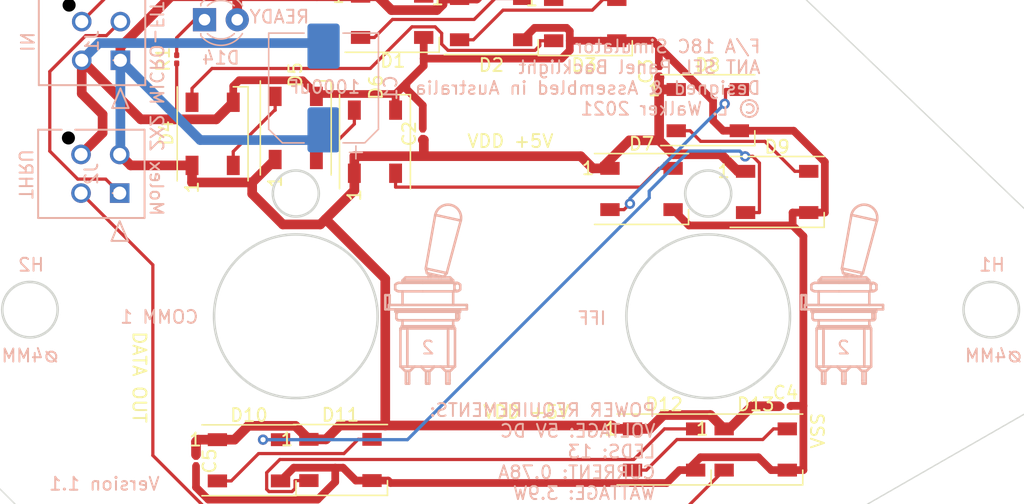
<source format=kicad_pcb>
(kicad_pcb (version 20171130) (host pcbnew "(5.1.6)-1")

  (general
    (thickness 1.6)
    (drawings 99)
    (tracks 263)
    (zones 0)
    (modules 24)
    (nets 19)
  )

  (page A4)
  (layers
    (0 F.Cu signal hide)
    (31 B.Cu signal hide)
    (32 B.Adhes user hide)
    (33 F.Adhes user hide)
    (34 B.Paste user hide)
    (35 F.Paste user hide)
    (36 B.SilkS user)
    (37 F.SilkS user hide)
    (38 B.Mask user hide)
    (39 F.Mask user hide)
    (40 Dwgs.User user hide)
    (41 Cmts.User user hide)
    (42 Eco1.User user hide)
    (43 Eco2.User user hide)
    (44 Edge.Cuts user hide)
    (45 Margin user hide)
    (46 B.CrtYd user hide)
    (47 F.CrtYd user hide)
    (48 B.Fab user hide)
    (49 F.Fab user hide)
  )

  (setup
    (last_trace_width 0.25)
    (user_trace_width 0.25)
    (user_trace_width 0.75)
    (trace_clearance 0.2)
    (zone_clearance 0.508)
    (zone_45_only no)
    (trace_min 0.2)
    (via_size 0.8)
    (via_drill 0.4)
    (via_min_size 0.4)
    (via_min_drill 0.3)
    (user_via 1.5 0.75)
    (uvia_size 0.3)
    (uvia_drill 0.1)
    (uvias_allowed no)
    (uvia_min_size 0.2)
    (uvia_min_drill 0.1)
    (edge_width 0.1)
    (segment_width 0.2)
    (pcb_text_width 0.3)
    (pcb_text_size 1.5 1.5)
    (mod_edge_width 0.15)
    (mod_text_size 1 1)
    (mod_text_width 0.15)
    (pad_size 1.524 1.524)
    (pad_drill 0.762)
    (pad_to_mask_clearance 0)
    (aux_axis_origin 0 0)
    (visible_elements 7FFFFFFF)
    (pcbplotparams
      (layerselection 0x010fc_ffffffff)
      (usegerberextensions false)
      (usegerberattributes true)
      (usegerberadvancedattributes true)
      (creategerberjobfile true)
      (excludeedgelayer true)
      (linewidth 0.100000)
      (plotframeref false)
      (viasonmask false)
      (mode 1)
      (useauxorigin false)
      (hpglpennumber 1)
      (hpglpenspeed 20)
      (hpglpendiameter 15.000000)
      (psnegative false)
      (psa4output false)
      (plotreference true)
      (plotvalue true)
      (plotinvisibletext false)
      (padsonsilk false)
      (subtractmaskfromsilk false)
      (outputformat 1)
      (mirror false)
      (drillshape 0)
      (scaleselection 1)
      (outputdirectory ""))
  )

  (net 0 "")
  (net 1 "Net-(D1-Pad2)")
  (net 2 "Net-(D1-Pad4)")
  (net 3 "Net-(D2-Pad2)")
  (net 4 "Net-(D3-Pad2)")
  (net 5 "Net-(D4-Pad2)")
  (net 6 "Net-(D5-Pad2)")
  (net 7 "Net-(D6-Pad2)")
  (net 8 "Net-(D7-Pad2)")
  (net 9 "Net-(D8-Pad2)")
  (net 10 "Net-(D10-Pad4)")
  (net 11 "Net-(D10-Pad2)")
  (net 12 "Net-(D11-Pad2)")
  (net 13 "Net-(D12-Pad2)")
  (net 14 "Net-(D13-Pad2)")
  (net 15 "Net-(J1-Pad2)")
  (net 16 /LEDGND)
  (net 17 /LED+5V)
  (net 18 "Net-(D14-Pad1)")

  (net_class Default "This is the default net class."
    (clearance 0.2)
    (trace_width 0.25)
    (via_dia 0.8)
    (via_drill 0.4)
    (uvia_dia 0.3)
    (uvia_drill 0.1)
    (add_net "Net-(D1-Pad2)")
    (add_net "Net-(D1-Pad4)")
    (add_net "Net-(D10-Pad2)")
    (add_net "Net-(D10-Pad4)")
    (add_net "Net-(D11-Pad2)")
    (add_net "Net-(D12-Pad2)")
    (add_net "Net-(D13-Pad2)")
    (add_net "Net-(D14-Pad1)")
    (add_net "Net-(D2-Pad2)")
    (add_net "Net-(D3-Pad2)")
    (add_net "Net-(D4-Pad2)")
    (add_net "Net-(D5-Pad2)")
    (add_net "Net-(D6-Pad2)")
    (add_net "Net-(D7-Pad2)")
    (add_net "Net-(D8-Pad2)")
    (add_net "Net-(J1-Pad2)")
  )

  (net_class LED+5V ""
    (clearance 0.2)
    (trace_width 0.75)
    (via_dia 1.5)
    (via_drill 0.75)
    (uvia_dia 0.3)
    (uvia_drill 0.1)
    (add_net /LED+5V)
  )

  (net_class LEDGND ""
    (clearance 0.2)
    (trace_width 0.6)
    (via_dia 0.8)
    (via_drill 0.4)
    (uvia_dia 0.3)
    (uvia_drill 0.1)
    (add_net /LEDGND)
  )

  (module footprints:Molex_MicroFit_2X2 (layer B.Cu) (tedit 5F952CF2) (tstamp 5F866A0F)
    (at 89.0272 55.2084 270)
    (path /5F7889C9)
    (fp_text reference J2 (at -1.495006 2.199999 90) (layer B.SilkS)
      (effects (font (size 1 1) (thickness 0.15)) (justify mirror))
    )
    (fp_text value Conn_01x04_Female (at -1.495006 2.199999 90) (layer B.SilkS) hide
      (effects (font (size 1 1) (thickness 0.15)) (justify mirror))
    )
    (fp_line (start 3.199994 7.6) (end -6.190006 7.6) (layer B.CrtYd) (width 0.1524))
    (fp_line (start 3.199994 -3.2) (end 3.199994 7.6) (layer B.CrtYd) (width 0.1524))
    (fp_line (start -6.190006 -3.2) (end 3.199994 -3.2) (layer B.CrtYd) (width 0.1524))
    (fp_line (start -6.190006 7.6) (end -6.190006 -3.2) (layer B.CrtYd) (width 0.1524))
    (fp_line (start -4.920006 3.451456) (end -4.920006 -1.93) (layer B.SilkS) (width 0.1524))
    (fp_line (start -4.920006 6.33) (end -4.920006 -1.93) (layer B.Fab) (width 0.1524))
    (fp_line (start 1.929994 6.33) (end -4.920006 6.33) (layer B.Fab) (width 0.1524))
    (fp_line (start 1.929994 -1.93) (end 1.929994 6.33) (layer B.Fab) (width 0.1524))
    (fp_line (start -4.920006 -1.93) (end 1.929994 -1.93) (layer B.Fab) (width 0.1524))
    (fp_line (start -4.920006 6.33) (end -4.920006 4.508543) (layer B.SilkS) (width 0.1524))
    (fp_line (start 1.929994 6.33) (end -4.920006 6.33) (layer B.SilkS) (width 0.1524))
    (fp_line (start 1.929994 -1.93) (end 1.929994 6.33) (layer B.SilkS) (width 0.1524))
    (fp_line (start -4.920006 -1.93) (end 1.929994 -1.93) (layer B.SilkS) (width 0.1524))
    (fp_line (start 3.707993 -0.635) (end 2.183994 0) (layer B.Fab) (width 0.1524))
    (fp_line (start 3.707993 0.635) (end 3.707993 -0.635) (layer B.Fab) (width 0.1524))
    (fp_line (start 2.183994 0) (end 3.707993 0.635) (layer B.Fab) (width 0.1524))
    (fp_line (start 3.707993 -0.635) (end 2.183994 0) (layer B.SilkS) (width 0.1524))
    (fp_line (start 3.707993 0.635) (end 3.707993 -0.635) (layer B.SilkS) (width 0.1524))
    (fp_line (start 2.183994 0) (end 3.707993 0.635) (layer B.SilkS) (width 0.1524))
    (fp_text user * (at 0 0 90) (layer B.Fab)
      (effects (font (size 1 1) (thickness 0.15)) (justify mirror))
    )
    (fp_text user * (at 0 0 90) (layer B.SilkS)
      (effects (font (size 1 1) (thickness 0.15)) (justify mirror))
    )
    (fp_text user "Copyright 2016 Accelerated Designs. All rights reserved." (at 0 0 90) (layer Cmts.User)
      (effects (font (size 0.127 0.127) (thickness 0.002)))
    )
    (pad 5 np_thru_hole circle (at -4.279999 3.98 270) (size 1.02 1.02) (drill 1.016) (layers))
    (pad 4 thru_hole circle (at -2.999999 2.999999 270) (size 1.52 1.52) (drill 1.016) (layers *.Cu *.Mask)
      (net 16 /LEDGND))
    (pad 3 thru_hole circle (at 0 2.999999 180) (size 1.52 1.52) (drill 1.016) (layers *.Cu *.Mask)
      (net 14 "Net-(D13-Pad2)"))
    (pad 2 thru_hole circle (at -2.999999 0 270) (size 1.52 1.52) (drill 1.016) (layers *.Cu *.Mask)
      (net 17 /LED+5V))
    (pad 1 thru_hole rect (at 0 0 180) (size 1.52 1.52) (drill 1.016) (layers *.Cu *.Mask)
      (net 15 "Net-(J1-Pad2)"))
    (model C:/Users/lukew/Downloads/MOLEX_2068320402/2068320402.STEP
      (offset (xyz -1.5 2.25 3.5))
      (scale (xyz 1 1 1))
      (rotate (xyz 0 0 0))
    )
    (model C:/Users/lukew/Downloads/kicad-footprints-master/Connector_Molex.3dshapes/2068320402.STEP
      (offset (xyz -1.5 2.25 3.5))
      (scale (xyz 1 1 1))
      (rotate (xyz 0 0 0))
    )
  )

  (module footprints:Molex_MicroFit_2X2 (layer B.Cu) (tedit 5F952CF2) (tstamp 5F8669E2)
    (at 89.0808 44.8988 270)
    (path /5F78526A)
    (fp_text reference J1 (at -1.495006 2.199999 90) (layer B.SilkS)
      (effects (font (size 1 1) (thickness 0.15)) (justify mirror))
    )
    (fp_text value Conn_01x04_Female (at -1.495006 2.199999 90) (layer B.SilkS) hide
      (effects (font (size 1 1) (thickness 0.15)) (justify mirror))
    )
    (fp_line (start 3.199994 7.6) (end -6.190006 7.6) (layer B.CrtYd) (width 0.1524))
    (fp_line (start 3.199994 -3.2) (end 3.199994 7.6) (layer B.CrtYd) (width 0.1524))
    (fp_line (start -6.190006 -3.2) (end 3.199994 -3.2) (layer B.CrtYd) (width 0.1524))
    (fp_line (start -6.190006 7.6) (end -6.190006 -3.2) (layer B.CrtYd) (width 0.1524))
    (fp_line (start -4.920006 3.451456) (end -4.920006 -1.93) (layer B.SilkS) (width 0.1524))
    (fp_line (start -4.920006 6.33) (end -4.920006 -1.93) (layer B.Fab) (width 0.1524))
    (fp_line (start 1.929994 6.33) (end -4.920006 6.33) (layer B.Fab) (width 0.1524))
    (fp_line (start 1.929994 -1.93) (end 1.929994 6.33) (layer B.Fab) (width 0.1524))
    (fp_line (start -4.920006 -1.93) (end 1.929994 -1.93) (layer B.Fab) (width 0.1524))
    (fp_line (start -4.920006 6.33) (end -4.920006 4.508543) (layer B.SilkS) (width 0.1524))
    (fp_line (start 1.929994 6.33) (end -4.920006 6.33) (layer B.SilkS) (width 0.1524))
    (fp_line (start 1.929994 -1.93) (end 1.929994 6.33) (layer B.SilkS) (width 0.1524))
    (fp_line (start -4.920006 -1.93) (end 1.929994 -1.93) (layer B.SilkS) (width 0.1524))
    (fp_line (start 3.707993 -0.635) (end 2.183994 0) (layer B.Fab) (width 0.1524))
    (fp_line (start 3.707993 0.635) (end 3.707993 -0.635) (layer B.Fab) (width 0.1524))
    (fp_line (start 2.183994 0) (end 3.707993 0.635) (layer B.Fab) (width 0.1524))
    (fp_line (start 3.707993 -0.635) (end 2.183994 0) (layer B.SilkS) (width 0.1524))
    (fp_line (start 3.707993 0.635) (end 3.707993 -0.635) (layer B.SilkS) (width 0.1524))
    (fp_line (start 2.183994 0) (end 3.707993 0.635) (layer B.SilkS) (width 0.1524))
    (fp_text user * (at 0 0 90) (layer B.Fab)
      (effects (font (size 1 1) (thickness 0.15)) (justify mirror))
    )
    (fp_text user * (at 0 0 90) (layer B.SilkS)
      (effects (font (size 1 1) (thickness 0.15)) (justify mirror))
    )
    (fp_text user "Copyright 2016 Accelerated Designs. All rights reserved." (at 0 0 90) (layer Cmts.User)
      (effects (font (size 0.127 0.127) (thickness 0.002)))
    )
    (pad 5 np_thru_hole circle (at -4.279999 3.98 270) (size 1.02 1.02) (drill 1.016) (layers))
    (pad 4 thru_hole circle (at -2.999999 2.999999 270) (size 1.52 1.52) (drill 1.016) (layers *.Cu *.Mask)
      (net 2 "Net-(D1-Pad4)"))
    (pad 3 thru_hole circle (at 0 2.999999 180) (size 1.52 1.52) (drill 1.016) (layers *.Cu *.Mask)
      (net 16 /LEDGND))
    (pad 2 thru_hole circle (at -2.999999 0 270) (size 1.52 1.52) (drill 1.016) (layers *.Cu *.Mask)
      (net 15 "Net-(J1-Pad2)"))
    (pad 1 thru_hole rect (at 0 0 180) (size 1.52 1.52) (drill 1.016) (layers *.Cu *.Mask)
      (net 17 /LED+5V))
    (model C:/Users/lukew/Downloads/MOLEX_2068320402/2068320402.STEP
      (offset (xyz -1.5 2.25 3.5))
      (scale (xyz 1 1 1))
      (rotate (xyz 0 0 0))
    )
    (model C:/Users/lukew/Downloads/kicad-footprints-master/Connector_Molex.3dshapes/2068320402.STEP
      (offset (xyz -1.5 2.25 3.5))
      (scale (xyz 1 1 1))
      (rotate (xyz 0 0 0))
    )
  )

  (module Capacitor_SMD:C_0201_0603Metric (layer F.Cu) (tedit 5F68FEEE) (tstamp 5F97CB53)
    (at 94.95 76 270)
    (descr "Capacitor SMD 0201 (0603 Metric), square (rectangular) end terminal, IPC_7351 nominal, (Body size source: https://www.vishay.com/docs/20052/crcw0201e3.pdf), generated with kicad-footprint-generator")
    (tags capacitor)
    (path /61FAD089)
    (attr smd)
    (fp_text reference C5 (at 0 -1.05 90) (layer F.SilkS)
      (effects (font (size 1 1) (thickness 0.15)))
    )
    (fp_text value C (at 0 1.05 90) (layer F.Fab)
      (effects (font (size 1 1) (thickness 0.15)))
    )
    (fp_line (start -0.3 0.15) (end -0.3 -0.15) (layer F.Fab) (width 0.1))
    (fp_line (start -0.3 -0.15) (end 0.3 -0.15) (layer F.Fab) (width 0.1))
    (fp_line (start 0.3 -0.15) (end 0.3 0.15) (layer F.Fab) (width 0.1))
    (fp_line (start 0.3 0.15) (end -0.3 0.15) (layer F.Fab) (width 0.1))
    (fp_line (start -0.7 0.35) (end -0.7 -0.35) (layer F.CrtYd) (width 0.05))
    (fp_line (start -0.7 -0.35) (end 0.7 -0.35) (layer F.CrtYd) (width 0.05))
    (fp_line (start 0.7 -0.35) (end 0.7 0.35) (layer F.CrtYd) (width 0.05))
    (fp_line (start 0.7 0.35) (end -0.7 0.35) (layer F.CrtYd) (width 0.05))
    (fp_text user %R (at 0 -0.68 90) (layer F.Fab)
      (effects (font (size 0.25 0.25) (thickness 0.04)))
    )
    (pad 2 smd roundrect (at 0.32 0 270) (size 0.46 0.4) (layers F.Cu F.Mask) (roundrect_rratio 0.25)
      (net 16 /LEDGND))
    (pad 1 smd roundrect (at -0.32 0 270) (size 0.46 0.4) (layers F.Cu F.Mask) (roundrect_rratio 0.25)
      (net 17 /LED+5V))
    (pad "" smd roundrect (at 0.345 0 270) (size 0.318 0.36) (layers F.Paste) (roundrect_rratio 0.25))
    (pad "" smd roundrect (at -0.345 0 270) (size 0.318 0.36) (layers F.Paste) (roundrect_rratio 0.25))
    (model ${KISYS3DMOD}/Capacitor_SMD.3dshapes/C_0201_0603Metric.wrl
      (at (xyz 0 0 0))
      (scale (xyz 1 1 1))
      (rotate (xyz 0 0 0))
    )
  )

  (module Capacitor_SMD:C_0201_0603Metric (layer F.Cu) (tedit 5F68FEEE) (tstamp 5F97CB42)
    (at 140.705 71.75)
    (descr "Capacitor SMD 0201 (0603 Metric), square (rectangular) end terminal, IPC_7351 nominal, (Body size source: https://www.vishay.com/docs/20052/crcw0201e3.pdf), generated with kicad-footprint-generator")
    (tags capacitor)
    (path /61FB0369)
    (attr smd)
    (fp_text reference C4 (at 0 -1.05) (layer F.SilkS)
      (effects (font (size 1 1) (thickness 0.15)))
    )
    (fp_text value C (at 0 1.05) (layer F.Fab)
      (effects (font (size 1 1) (thickness 0.15)))
    )
    (fp_line (start -0.3 0.15) (end -0.3 -0.15) (layer F.Fab) (width 0.1))
    (fp_line (start -0.3 -0.15) (end 0.3 -0.15) (layer F.Fab) (width 0.1))
    (fp_line (start 0.3 -0.15) (end 0.3 0.15) (layer F.Fab) (width 0.1))
    (fp_line (start 0.3 0.15) (end -0.3 0.15) (layer F.Fab) (width 0.1))
    (fp_line (start -0.7 0.35) (end -0.7 -0.35) (layer F.CrtYd) (width 0.05))
    (fp_line (start -0.7 -0.35) (end 0.7 -0.35) (layer F.CrtYd) (width 0.05))
    (fp_line (start 0.7 -0.35) (end 0.7 0.35) (layer F.CrtYd) (width 0.05))
    (fp_line (start 0.7 0.35) (end -0.7 0.35) (layer F.CrtYd) (width 0.05))
    (fp_text user %R (at 0 -0.68) (layer F.Fab)
      (effects (font (size 0.25 0.25) (thickness 0.04)))
    )
    (pad 2 smd roundrect (at 0.32 0) (size 0.46 0.4) (layers F.Cu F.Mask) (roundrect_rratio 0.25)
      (net 16 /LEDGND))
    (pad 1 smd roundrect (at -0.32 0) (size 0.46 0.4) (layers F.Cu F.Mask) (roundrect_rratio 0.25)
      (net 17 /LED+5V))
    (pad "" smd roundrect (at 0.345 0) (size 0.318 0.36) (layers F.Paste) (roundrect_rratio 0.25))
    (pad "" smd roundrect (at -0.345 0) (size 0.318 0.36) (layers F.Paste) (roundrect_rratio 0.25))
    (model ${KISYS3DMOD}/Capacitor_SMD.3dshapes/C_0201_0603Metric.wrl
      (at (xyz 0 0 0))
      (scale (xyz 1 1 1))
      (rotate (xyz 0 0 0))
    )
  )

  (module Capacitor_SMD:C_0201_0603Metric (layer F.Cu) (tedit 5F68FEEE) (tstamp 5F97CB31)
    (at 130.925 45.75 90)
    (descr "Capacitor SMD 0201 (0603 Metric), square (rectangular) end terminal, IPC_7351 nominal, (Body size source: https://www.vishay.com/docs/20052/crcw0201e3.pdf), generated with kicad-footprint-generator")
    (tags capacitor)
    (path /61FB29DB)
    (attr smd)
    (fp_text reference C3 (at 0 -1.05 90) (layer F.SilkS)
      (effects (font (size 1 1) (thickness 0.15)))
    )
    (fp_text value C (at 0 1.05 90) (layer F.Fab)
      (effects (font (size 1 1) (thickness 0.15)))
    )
    (fp_line (start -0.3 0.15) (end -0.3 -0.15) (layer F.Fab) (width 0.1))
    (fp_line (start -0.3 -0.15) (end 0.3 -0.15) (layer F.Fab) (width 0.1))
    (fp_line (start 0.3 -0.15) (end 0.3 0.15) (layer F.Fab) (width 0.1))
    (fp_line (start 0.3 0.15) (end -0.3 0.15) (layer F.Fab) (width 0.1))
    (fp_line (start -0.7 0.35) (end -0.7 -0.35) (layer F.CrtYd) (width 0.05))
    (fp_line (start -0.7 -0.35) (end 0.7 -0.35) (layer F.CrtYd) (width 0.05))
    (fp_line (start 0.7 -0.35) (end 0.7 0.35) (layer F.CrtYd) (width 0.05))
    (fp_line (start 0.7 0.35) (end -0.7 0.35) (layer F.CrtYd) (width 0.05))
    (fp_text user %R (at 0 -0.68 90) (layer F.Fab)
      (effects (font (size 0.25 0.25) (thickness 0.04)))
    )
    (pad 2 smd roundrect (at 0.32 0 90) (size 0.46 0.4) (layers F.Cu F.Mask) (roundrect_rratio 0.25)
      (net 16 /LEDGND))
    (pad 1 smd roundrect (at -0.32 0 90) (size 0.46 0.4) (layers F.Cu F.Mask) (roundrect_rratio 0.25)
      (net 17 /LED+5V))
    (pad "" smd roundrect (at 0.345 0 90) (size 0.318 0.36) (layers F.Paste) (roundrect_rratio 0.25))
    (pad "" smd roundrect (at -0.345 0 90) (size 0.318 0.36) (layers F.Paste) (roundrect_rratio 0.25))
    (model ${KISYS3DMOD}/Capacitor_SMD.3dshapes/C_0201_0603Metric.wrl
      (at (xyz 0 0 0))
      (scale (xyz 1 1 1))
      (rotate (xyz 0 0 0))
    )
  )

  (module Capacitor_SMD:C_0201_0603Metric (layer F.Cu) (tedit 5F68FEEE) (tstamp 5F97CB20)
    (at 112.55 50.6 90)
    (descr "Capacitor SMD 0201 (0603 Metric), square (rectangular) end terminal, IPC_7351 nominal, (Body size source: https://www.vishay.com/docs/20052/crcw0201e3.pdf), generated with kicad-footprint-generator")
    (tags capacitor)
    (path /61FB667B)
    (attr smd)
    (fp_text reference C2 (at 0 -1.05 90) (layer F.SilkS)
      (effects (font (size 1 1) (thickness 0.15)))
    )
    (fp_text value C (at 0 1.05 90) (layer F.Fab)
      (effects (font (size 1 1) (thickness 0.15)))
    )
    (fp_line (start -0.3 0.15) (end -0.3 -0.15) (layer F.Fab) (width 0.1))
    (fp_line (start -0.3 -0.15) (end 0.3 -0.15) (layer F.Fab) (width 0.1))
    (fp_line (start 0.3 -0.15) (end 0.3 0.15) (layer F.Fab) (width 0.1))
    (fp_line (start 0.3 0.15) (end -0.3 0.15) (layer F.Fab) (width 0.1))
    (fp_line (start -0.7 0.35) (end -0.7 -0.35) (layer F.CrtYd) (width 0.05))
    (fp_line (start -0.7 -0.35) (end 0.7 -0.35) (layer F.CrtYd) (width 0.05))
    (fp_line (start 0.7 -0.35) (end 0.7 0.35) (layer F.CrtYd) (width 0.05))
    (fp_line (start 0.7 0.35) (end -0.7 0.35) (layer F.CrtYd) (width 0.05))
    (fp_text user %R (at 0 -0.68 90) (layer F.Fab)
      (effects (font (size 0.25 0.25) (thickness 0.04)))
    )
    (pad 2 smd roundrect (at 0.32 0 90) (size 0.46 0.4) (layers F.Cu F.Mask) (roundrect_rratio 0.25)
      (net 16 /LEDGND))
    (pad 1 smd roundrect (at -0.32 0 90) (size 0.46 0.4) (layers F.Cu F.Mask) (roundrect_rratio 0.25)
      (net 17 /LED+5V))
    (pad "" smd roundrect (at 0.345 0 90) (size 0.318 0.36) (layers F.Paste) (roundrect_rratio 0.25))
    (pad "" smd roundrect (at -0.345 0 90) (size 0.318 0.36) (layers F.Paste) (roundrect_rratio 0.25))
    (model ${KISYS3DMOD}/Capacitor_SMD.3dshapes/C_0201_0603Metric.wrl
      (at (xyz 0 0 0))
      (scale (xyz 1 1 1))
      (rotate (xyz 0 0 0))
    )
  )

  (module "Kicad Footprint Files:100SpxToggle" (layer F.Cu) (tedit 5F91AD79) (tstamp 5F97BB4C)
    (at 145.75 64.4)
    (fp_text reference G*** (at 0 0) (layer F.SilkS) hide
      (effects (font (size 1.524 1.524) (thickness 0.3)))
    )
    (fp_text value LOGO (at 0.75 0) (layer F.SilkS) hide
      (effects (font (size 1.524 1.524) (thickness 0.3)))
    )
    (fp_line (start -0.896597 -1.566333) (end -2.786549 -1.566333) (layer B.SilkS) (width 0.2))
    (fp_curve (pts (xy -2.91929 -2.174562) (xy -2.941177 -2.163999) (xy -2.962988 -2.147661) (xy -2.984711 -2.128263)) (layer B.SilkS) (width 0.2))
    (fp_line (start 2.008674 -2.072652) (end 2.008674 -1.720414) (layer B.SilkS) (width 0.2))
    (fp_curve (pts (xy 1.679972 -1.618504) (xy 1.6581 -1.630458) (xy 1.636278 -1.64578) (xy 1.614552 -1.664803)) (layer B.SilkS) (width 0.2))
    (fp_curve (pts (xy 1.745757 -1.593287) (xy 1.723795 -1.597952) (xy 1.701859 -1.606542) (xy 1.679972 -1.618504)) (layer B.SilkS) (width 0.2))
    (fp_curve (pts (xy 2.00281 -1.714104) (xy 1.98176 -1.691615) (xy 1.96063 -1.67168) (xy 1.939434 -1.654641)) (layer B.SilkS) (width 0.2))
    (fp_line (start -0.896597 -2.226733) (end -2.786549 -2.226733) (layer B.SilkS) (width 0.2))
    (fp_curve (pts (xy -3.041607 -1.720414) (xy -3.022665 -1.701082) (xy -3.003722 -1.68175) (xy -2.984711 -1.664803)) (layer B.SilkS) (width 0.2))
    (fp_curve (pts (xy 1.614552 -2.128263) (xy 1.635694 -2.146774) (xy 1.656926 -2.161781) (xy 1.678207 -2.17361)) (layer B.SilkS) (width 0.2))
    (fp_curve (pts (xy -2.856556 0.043708) (xy -2.857516 0.043741) (xy -2.858476 0.043773) (xy -2.859436 0.043888)) (layer B.SilkS) (width 0.2))
    (fp_curve (pts (xy 1.91379 0.164705) (xy 1.914726 0.166793) (xy 1.915662 0.168904) (xy 1.916598 0.171014)) (layer B.SilkS) (width 0.2))
    (fp_curve (pts (xy 1.74221 -2.199048) (xy 1.763558 -2.203991) (xy 1.784932 -2.205232) (xy 1.806292 -2.202504)) (layer B.SilkS) (width 0.2))
    (fp_curve (pts (xy -2.921056 -1.619456) (xy -2.90817 -1.613037) (xy -2.895259 -1.608554) (xy -2.882347 -1.604071)) (layer B.SilkS) (width 0.2))
    (fp_curve (pts (xy -2.984711 -1.664803) (xy -2.963572 -1.645959) (xy -2.942349 -1.630064) (xy -2.921056 -1.619456)) (layer B.SilkS) (width 0.2))
    (fp_curve (pts (xy 1.614552 -1.664803) (xy 1.595538 -1.68145) (xy 1.576597 -1.700932) (xy 1.557655 -1.720414)) (layer B.SilkS) (width 0.2))
    (fp_curve (pts (xy -2.882349 -2.188723) (xy -2.894671 -2.18461) (xy -2.906992 -2.180498) (xy -2.91929 -2.174562)) (layer B.SilkS) (width 0.2))
    (fp_curve (pts (xy 1.759159 0.625163) (xy 1.748682 0.613208) (xy 1.73823 0.597887) (xy 1.727824 0.578864)) (layer B.SilkS) (width 0.2))
    (fp_curve (pts (xy 1.790668 0.65038) (xy 1.780149 0.645715) (xy 1.769642 0.637125) (xy 1.759159 0.625163)) (layer B.SilkS) (width 0.2))
    (fp_curve (pts (xy 2.008674 -1.720414) (xy 2.006719 -1.718303) (xy 2.004765 -1.716193) (xy 2.00281 -1.714104)) (layer B.SilkS) (width 0.2))
    (fp_curve (pts (xy 1.819663 0.041163) (xy 1.830183 0.043969) (xy 1.840695 0.050972) (xy 1.851183 0.0616)) (layer B.SilkS) (width 0.2))
    (fp_curve (pts (xy -2.949532 0.523253) (xy -2.94046 0.542831) (xy -2.931388 0.562409) (xy -2.92228 0.578864)) (layer B.SilkS) (width 0.2))
    (fp_line (start -3.041607 -2.072652) (end -3.041607 -1.720414) (layer B.SilkS) (width 0.2))
    (fp_line (start 1.700572 0.171014) (end 1.700572 0.523253) (layer B.SilkS) (width 0.2))
    (fp_curve (pts (xy 2.00281 -2.078962) (xy 2.004765 -2.076873) (xy 2.006719 -2.074763) (xy 2.008674 -2.072652)) (layer B.SilkS) (width 0.2))
    (fp_curve (pts (xy 1.678207 -2.17361) (xy 1.6995 -2.185446) (xy 1.720842 -2.194101) (xy 1.74221 -2.199048)) (layer B.SilkS) (width 0.2))
    (fp_curve (pts (xy 1.939434 -1.654641) (xy 1.918229 -1.637594) (xy 1.896959 -1.623446) (xy 1.875638 -1.612713)) (layer B.SilkS) (width 0.2))
    (fp_curve (pts (xy 1.806292 -2.202504) (xy 1.828256 -2.199698) (xy 1.850203 -2.192695) (xy 1.872099 -2.182066)) (layer B.SilkS) (width 0.2))
    (fp_curve (pts (xy 1.852878 0.630954) (xy 1.842674 0.641678) (xy 1.832447 0.648993) (xy 1.822211 0.652343)) (layer B.SilkS) (width 0.2))
    (fp_curve (pts (xy -2.92228 0.578864) (xy -2.912153 0.597161) (xy -2.901983 0.611598) (xy -2.891791 0.62421)) (layer B.SilkS) (width 0.2))
    (fp_curve (pts (xy 1.727824 0.115403) (xy 1.73795 0.096892) (xy 1.74812 0.081886) (xy 1.758313 0.070057)) (layer B.SilkS) (width 0.2))
    (fp_curve (pts (xy -2.859436 0.043888) (xy -2.869959 0.045141) (xy -2.880463 0.056228) (xy -2.890945 0.069104)) (layer B.SilkS) (width 0.2))
    (fp_curve (pts (xy 1.788969 0.044619) (xy 1.799194 0.039676) (xy 1.809432 0.038434) (xy 1.819663 0.041163)) (layer B.SilkS) (width 0.2))
    (fp_curve (pts (xy 1.822211 0.652343) (xy 1.811699 0.655782) (xy 1.801177 0.65504) (xy 1.790668 0.65038)) (layer B.SilkS) (width 0.2))
    (fp_curve (pts (xy -2.891791 0.62421) (xy -2.881593 0.63683) (xy -2.871374 0.647624) (xy -2.861135 0.649649)) (layer B.SilkS) (width 0.2))
    (fp_curve (pts (xy 1.937675 -2.139815) (xy 1.959461 -2.12248) (xy 1.981178 -2.102073) (xy 2.00281 -2.078962)) (layer B.SilkS) (width 0.2))
    (fp_line (start 1.753616 -2.226733) (end -0.896597 -2.226733) (layer B.SilkS) (width 0.2))
    (fp_curve (pts (xy 1.883434 0.589026) (xy 1.873278 0.606072) (xy 1.86309 0.620221) (xy 1.852878 0.630954)) (layer B.SilkS) (width 0.2))
    (fp_curve (pts (xy -2.92228 0.115403) (xy -2.931388 0.131835) (xy -2.94046 0.151425) (xy -2.949532 0.171014)) (layer B.SilkS) (width 0.2))
    (fp_curve (pts (xy 1.875638 -1.612713) (xy 1.854336 -1.601988) (xy 1.832983 -1.594674) (xy 1.811612 -1.591324)) (layer B.SilkS) (width 0.2))
    (fp_curve (pts (xy 1.91379 0.529563) (xy 1.903707 0.552052) (xy 1.893587 0.571987) (xy 1.883434 0.589026)) (layer B.SilkS) (width 0.2))
    (fp_curve (pts (xy 1.758313 0.070057) (xy 1.768512 0.058221) (xy 1.778734 0.049566) (xy 1.788969 0.044619)) (layer B.SilkS) (width 0.2))
    (fp_curve (pts (xy 1.557655 -2.072652) (xy 1.576597 -2.092134) (xy 1.595538 -2.111616) (xy 1.614552 -2.128263)) (layer B.SilkS) (width 0.2))
    (fp_curve (pts (xy 1.916598 0.523253) (xy 1.915662 0.525363) (xy 1.914726 0.527474) (xy 1.91379 0.529563)) (layer B.SilkS) (width 0.2))
    (fp_curve (pts (xy 1.872099 -2.182066) (xy 1.894016 -2.171428) (xy 1.91588 -2.157159) (xy 1.937675 -2.139815)) (layer B.SilkS) (width 0.2))
    (fp_curve (pts (xy -2.861135 0.649649) (xy -2.859609 0.64995) (xy -2.858082 0.650057) (xy -2.856556 0.650164)) (layer B.SilkS) (width 0.2))
    (fp_curve (pts (xy 1.851183 0.0616) (xy 1.86168 0.072238) (xy 1.872153 0.086508) (xy 1.882592 0.103851)) (layer B.SilkS) (width 0.2))
    (fp_curve (pts (xy 1.882592 0.103851) (xy 1.893027 0.121187) (xy 1.903429 0.141594) (xy 1.91379 0.164705)) (layer B.SilkS) (width 0.2))
    (fp_curve (pts (xy 1.811612 -1.591324) (xy 1.789665 -1.587884) (xy 1.767698 -1.588627) (xy 1.745757 -1.593287)) (layer B.SilkS) (width 0.2))
    (fp_line (start 1.753616 -1.566333) (end -0.896597 -1.566333) (layer B.SilkS) (width 0.2))
    (fp_curve (pts (xy -2.890945 0.069104) (xy -2.90142 0.081972) (xy -2.911873 0.096627) (xy -2.92228 0.115403)) (layer B.SilkS) (width 0.2))
    (fp_curve (pts (xy -2.984711 -2.128263) (xy -3.003722 -2.111288) (xy -3.022664 -2.09197) (xy -3.041607 -2.072652)) (layer B.SilkS) (width 0.2))
    (fp_curve (pts (xy 1.700572 0.171014) (xy 1.709644 0.151533) (xy 1.718717 0.132051) (xy 1.727824 0.115403)) (layer B.SilkS) (width 0.2))
    (fp_line (start -2.0998 4.2766) (end -1.533133 4.2766) (layer B.SilkS) (width 0.2))
    (fp_line (start 0.0102 4.2766) (end -0.031903 4.2766) (layer B.SilkS) (width 0.2))
    (fp_line (start -2.472228 -2.4134) (end -2.23291 -2.650066) (layer B.SilkS) (width 0.2))
    (fp_line (start 1.176867 4.609934) (end 1.176867 5.329934) (layer B.SilkS) (width 0.2))
    (fp_line (start 1.458533 -2.4134) (end -2.472228 -2.4134) (layer B.SilkS) (width 0.2))
    (fp_line (start -2.472228 -2.4134) (end -2.472228 -2.226733) (layer B.SilkS) (width 0.2))
    (fp_line (start 1.176867 5.329934) (end 1.176867 5.5966) (layer B.SilkS) (width 0.2))
    (fp_line (start -2.352087 1.313267) (end 1.319153 1.313267) (layer B.SilkS) (width 0.2))
    (fp_line (start -1.001031 4.2766) (end -0.9498 4.2766) (layer B.SilkS) (width 0.2))
    (fp_line (start -0.643133 5.5966) (end -0.3898 5.5966) (layer B.SilkS) (width 0.2))
    (fp_line (start 1.221867 -2.650066) (end -2.23291 -2.650066) (layer B.SilkS) (width 0.2))
    (fp_line (start 1.557655 -2.072652) (end 1.557655 -1.720414) (layer B.SilkS) (width 0.2))
    (fp_line (start -0.219197 -2.900365) (end -0.274687 -2.650066) (layer B.SilkS) (width 0.2))
    (fp_line (start 0.817814 4.570881) (end 0.523533 4.2766) (layer B.SilkS) (width 0.2))
    (fp_line (start -0.667742 -3.341232) (end 0.959418 -2.980499) (layer B.SilkS) (width 0.2))
    (fp_line (start 0.912095 4.609934) (end 1.188305 4.609934) (layer B.SilkS) (width 0.2))
    (fp_line (start -0.643133 5.329934) (end -0.643133 4.609934) (layer B.SilkS) (width 0.2))
    (fp_line (start 1.6002 1.313267) (end 1.319153 1.313267) (layer B.SilkS) (width 0.2))
    (fp_line (start -0.9498 4.2766) (end -0.083133 4.2766) (layer B.SilkS) (width 0.2))
    (fp_line (start 1.066867 1.483267) (end 1.066867 1.313267) (layer B.SilkS) (width 0.2))
    (fp_line (start 1.6002 1.483267) (end 1.6002 1.313267) (layer B.SilkS) (width 0.2))
    (fp_line (start -2.0998 1.483267) (end -2.0998 4.2766) (layer B.SilkS) (width 0.2))
    (fp_line (start -2.352087 1.313267) (end -2.633133 1.313267) (layer B.SilkS) (width 0.2))
    (fp_line (start -0.031903 4.2766) (end -0.083133 4.2766) (layer B.SilkS) (width 0.2))
    (fp_line (start -2.537846 1.313267) (end -2.537846 1.143267) (layer B.SilkS) (width 0.2))
    (fp_line (start 0.5002 4.2766) (end 1.066867 4.2766) (layer B.SilkS) (width 0.2))
    (fp_line (start -2.633133 1.483267) (end -2.633133 1.313267) (layer B.SilkS) (width 0.2))
    (fp_line (start -2.0998 1.313267) (end -2.0998 1.483267) (layer B.SilkS) (width 0.2))
    (fp_line (start -2.0998 4.043267) (end -2.0998 1.5666) (layer B.SilkS) (width 0.2))
    (fp_line (start 1.6002 4.2766) (end 1.6002 1.483267) (layer B.SilkS) (width 0.2))
    (fp_line (start 1.066867 4.2766) (end 1.066867 1.483267) (layer B.SilkS) (width 0.2))
    (fp_line (start -2.472228 -1.566333) (end -2.472228 -0.508) (layer B.SilkS) (width 0.2))
    (fp_line (start -0.643133 5.5966) (end -0.643133 5.329934) (layer B.SilkS) (width 0.2))
    (fp_line (start -2.633133 4.2766) (end -2.0998 4.2766) (layer B.SilkS) (width 0.2))
    (fp_line (start 0.339881 -2.650066) (end 0.366581 -2.770502) (layer B.SilkS) (width 0.2))
    (fp_line (start -2.537846 1.143267) (end 1.523533 1.143267) (layer B.SilkS) (width 0.2))
    (fp_line (start 0.923533 5.5966) (end 0.923533 5.329934) (layer B.SilkS) (width 0.2))
    (fp_line (start 1.576867 4.2766) (end 1.282586 4.570881) (layer B.SilkS) (width 0.2))
    (fp_line (start -0.748853 4.570881) (end -1.043133 4.2766) (layer B.SilkS) (width 0.2))
    (fp_line (start -1.956467 5.329934) (end -1.956467 5.5966) (layer B.SilkS) (width 0.2))
    (fp_line (start 0.0102 4.2766) (end -0.284081 4.570881) (layer B.SilkS) (width 0.2))
    (fp_line (start -2.2098 5.5966) (end -2.2098 5.329934) (layer B.SilkS) (width 0.2))
    (fp_line (start 1.066867 4.2766) (end 1.6002 4.2766) (layer B.SilkS) (width 0.2))
    (fp_line (start 1.066867 4.043267) (end 1.066867 1.5666) (layer B.SilkS) (width 0.2))
    (fp_line (start -1.471318 4.2766) (end -1.043133 4.2766) (layer B.SilkS) (width 0.2))
    (fp_line (start 0.0102 4.2766) (end 0.438385 4.2766) (layer B.SilkS) (width 0.2))
    (fp_line (start -1.533133 4.2766) (end -1.471318 4.2766) (layer B.SilkS) (width 0.2))
    (fp_line (start 0.5002 4.2766) (end 0.438385 4.2766) (layer B.SilkS) (width 0.2))
    (fp_line (start -0.577172 -2.979727) (end 0.724556 -2.69114) (layer B.SilkS) (width 0.2))
    (fp_line (start -2.2098 5.5966) (end -1.956467 5.5966) (layer B.SilkS) (width 0.2))
    (fp_line (start 2.049793 -7.059521) (end 0.067912 -7.498894) (layer B.SilkS) (width 0.2))
    (fp_line (start 0.923533 5.5966) (end 1.176867 5.5966) (layer B.SilkS) (width 0.2))
    (fp_line (start 0.923533 5.329934) (end 0.923533 4.609934) (layer B.SilkS) (width 0.2))
    (fp_line (start -2.472228 0.677334) (end -2.472228 1.143267) (layer B.SilkS) (width 0.2))
    (fp_line (start -1.001031 4.2766) (end -1.043133 4.2766) (layer B.SilkS) (width 0.2))
    (fp_line (start -0.654572 4.609934) (end -0.378362 4.609934) (layer B.SilkS) (width 0.2))
    (fp_line (start -2.633133 4.2766) (end -2.633133 1.483267) (layer B.SilkS) (width 0.2))
    (fp_line (start -2.2098 5.329934) (end -2.2098 4.609934) (layer B.SilkS) (width 0.2))
    (fp_line (start -0.3898 5.329934) (end -0.3898 5.5966) (layer B.SilkS) (width 0.2))
    (fp_line (start -0.3898 4.609934) (end -0.3898 5.329934) (layer B.SilkS) (width 0.2))
    (fp_line (start 1.849507 -2.191832) (end 1.753616 -2.226733) (layer B.SilkS) (width 0.2))
    (fp_line (start -0.667742 -3.341232) (end -0.577172 -2.979727) (layer B.SilkS) (width 0.2))
    (fp_line (start 0.959418 -2.980499) (end 2.049793 -7.059521) (layer B.SilkS) (width 0.2))
    (fp_line (start 1.458533 -2.4134) (end 1.221867 -2.650066) (layer B.SilkS) (width 0.2))
    (fp_line (start 1.458533 -0.508) (end 1.458533 -1.566333) (layer B.SilkS) (width 0.2))
    (fp_line (start -2.856572 0.651847) (end -2.786549 0.677334) (layer B.SilkS) (width 0.2))
    (fp_line (start 1.823639 0.04242) (end 1.753616 0.016934) (layer B.SilkS) (width 0.2))
    (fp_line (start 1.753616 -1.566333) (end 1.849507 -1.601235) (layer B.SilkS) (width 0.2))
    (fp_line (start -2.786549 -2.226733) (end -2.882441 -2.191832) (layer B.SilkS) (width 0.2))
    (fp_line (start -0.414456 -2.943653) (end -0.479543 -2.650066) (layer B.SilkS) (width 0.2))
    (fp_line (start 0.067912 -7.498894) (end -0.667742 -3.341232) (layer B.SilkS) (width 0.2))
    (fp_line (start 1.458533 1.143267) (end 1.458533 0.677334) (layer B.SilkS) (width 0.2))
    (fp_line (start -2.882441 -1.601235) (end -2.786549 -1.566333) (layer B.SilkS) (width 0.2))
    (fp_line (start 0.544737 -2.650066) (end 0.56184 -2.727214) (layer B.SilkS) (width 0.2))
    (fp_line (start 0.724556 -2.69114) (end 0.959418 -2.980499) (layer B.SilkS) (width 0.2))
    (fp_line (start 1.458533 -2.226733) (end 1.458533 -2.4134) (layer B.SilkS) (width 0.2))
    (fp_line (start -2.786549 0.016934) (end -2.856572 0.04242) (layer B.SilkS) (width 0.2))
    (fp_line (start -1.956467 4.609934) (end -1.956467 5.329934) (layer B.SilkS) (width 0.2))
    (fp_line (start -2.221238 4.609934) (end -1.945029 4.609934) (layer B.SilkS) (width 0.2))
    (fp_line (start -2.315519 4.570881) (end -2.6098 4.2766) (layer B.SilkS) (width 0.2))
    (fp_line (start -1.556467 4.2766) (end -1.850748 4.570881) (layer B.SilkS) (width 0.2))
    (fp_line (start 1.523533 1.313267) (end 1.523533 1.143267) (layer B.SilkS) (width 0.2))
    (fp_line (start 2.523067 -0.169333) (end 2.523067 -0.508) (layer B.SilkS) (width 0.2))
    (fp_line (start -3.026833 -0.169333) (end -3.026833 0.016934) (layer B.SilkS) (width 0.2))
    (fp_line (start 1.9939 0.016934) (end 1.9939 -0.169333) (layer B.SilkS) (width 0.2))
    (fp_line (start 1.753616 0.677334) (end 1.823639 0.651847) (layer B.SilkS) (width 0.2))
    (fp_line (start -3.81 -0.169333) (end -3.543901 -0.169333) (layer B.SilkS) (width 0.2))
    (fp_curve (pts (xy 1.727824 0.578864) (xy 1.718717 0.562216) (xy 1.709644 0.542735) (xy 1.700572 0.523253)) (layer B.SilkS) (width 0.2))
    (fp_line (start -0.69854 0.677334) (end -2.786549 0.677334) (layer B.SilkS) (width 0.2))
    (fp_line (start -3.026833 0.016934) (end 1.9939 0.016934) (layer B.SilkS) (width 0.2))
    (fp_line (start -3.81 -1.27) (end -3.471333 -1.27) (layer B.SilkS) (width 0.2))
    (fp_line (start 1.916598 0.171014) (end 1.916598 0.523253) (layer B.SilkS) (width 0.2))
    (fp_line (start -3.471333 -1.27) (end -3.471333 -0.508) (layer B.SilkS) (width 0.2))
    (fp_line (start -3.543901 -0.508) (end 2.523067 -0.508) (layer B.SilkS) (width 0.2))
    (fp_line (start -3.543901 -0.508) (end -3.543901 -0.169333) (layer B.SilkS) (width 0.2))
    (fp_line (start 1.753616 0.677334) (end -0.69854 0.677334) (layer B.SilkS) (width 0.2))
    (fp_line (start -3.543901 -0.169333) (end 2.523067 -0.169333) (layer B.SilkS) (width 0.2))
    (fp_line (start -2.949532 0.171014) (end -2.949532 0.523253) (layer B.SilkS) (width 0.2))
    (fp_line (start -3.81 -1.27) (end -3.81 -0.169333) (layer B.SilkS) (width 0.2))
    (fp_arc (start 0.912095 4.4766) (end 0.817814 4.570881) (angle -45) (layer B.SilkS) (width 0.2))
    (fp_arc (start -0.378362 4.4766) (end -0.378362 4.609934) (angle -45) (layer B.SilkS) (width 0.2))
    (fp_arc (start -0.654572 4.4766) (end -0.748853 4.570881) (angle -45) (layer B.SilkS) (width 0.2))
    (fp_arc (start 1.188305 4.4766) (end 1.188305 4.609934) (angle -45) (layer B.SilkS) (width 0.2))
    (fp_arc (start 1.058853 -7.279207) (end 2.049793 -7.059521) (angle -180) (layer B.SilkS) (width 0.2))
    (fp_arc (start -2.221238 4.4766) (end -2.315519 4.570881) (angle -45) (layer B.SilkS) (width 0.2))
    (fp_arc (start -1.945029 4.4766) (end -1.945029 4.609934) (angle -45) (layer B.SilkS) (width 0.2))
  )

  (module "Kicad Footprint Files:100SpxToggle" (layer F.Cu) (tedit 5F91AD79) (tstamp 5F97B8C7)
    (at 113.45 64.4)
    (fp_text reference G*** (at 0 0) (layer F.SilkS) hide
      (effects (font (size 1.524 1.524) (thickness 0.3)))
    )
    (fp_text value LOGO (at 0.75 0) (layer F.SilkS) hide
      (effects (font (size 1.524 1.524) (thickness 0.3)))
    )
    (fp_line (start -0.896597 -1.566333) (end -2.786549 -1.566333) (layer B.SilkS) (width 0.2))
    (fp_curve (pts (xy -2.91929 -2.174562) (xy -2.941177 -2.163999) (xy -2.962988 -2.147661) (xy -2.984711 -2.128263)) (layer B.SilkS) (width 0.2))
    (fp_line (start 2.008674 -2.072652) (end 2.008674 -1.720414) (layer B.SilkS) (width 0.2))
    (fp_curve (pts (xy 1.679972 -1.618504) (xy 1.6581 -1.630458) (xy 1.636278 -1.64578) (xy 1.614552 -1.664803)) (layer B.SilkS) (width 0.2))
    (fp_curve (pts (xy 1.745757 -1.593287) (xy 1.723795 -1.597952) (xy 1.701859 -1.606542) (xy 1.679972 -1.618504)) (layer B.SilkS) (width 0.2))
    (fp_curve (pts (xy 2.00281 -1.714104) (xy 1.98176 -1.691615) (xy 1.96063 -1.67168) (xy 1.939434 -1.654641)) (layer B.SilkS) (width 0.2))
    (fp_line (start -0.896597 -2.226733) (end -2.786549 -2.226733) (layer B.SilkS) (width 0.2))
    (fp_curve (pts (xy -3.041607 -1.720414) (xy -3.022665 -1.701082) (xy -3.003722 -1.68175) (xy -2.984711 -1.664803)) (layer B.SilkS) (width 0.2))
    (fp_curve (pts (xy 1.614552 -2.128263) (xy 1.635694 -2.146774) (xy 1.656926 -2.161781) (xy 1.678207 -2.17361)) (layer B.SilkS) (width 0.2))
    (fp_curve (pts (xy -2.856556 0.043708) (xy -2.857516 0.043741) (xy -2.858476 0.043773) (xy -2.859436 0.043888)) (layer B.SilkS) (width 0.2))
    (fp_curve (pts (xy 1.91379 0.164705) (xy 1.914726 0.166793) (xy 1.915662 0.168904) (xy 1.916598 0.171014)) (layer B.SilkS) (width 0.2))
    (fp_curve (pts (xy 1.74221 -2.199048) (xy 1.763558 -2.203991) (xy 1.784932 -2.205232) (xy 1.806292 -2.202504)) (layer B.SilkS) (width 0.2))
    (fp_curve (pts (xy -2.921056 -1.619456) (xy -2.90817 -1.613037) (xy -2.895259 -1.608554) (xy -2.882347 -1.604071)) (layer B.SilkS) (width 0.2))
    (fp_curve (pts (xy -2.984711 -1.664803) (xy -2.963572 -1.645959) (xy -2.942349 -1.630064) (xy -2.921056 -1.619456)) (layer B.SilkS) (width 0.2))
    (fp_curve (pts (xy 1.614552 -1.664803) (xy 1.595538 -1.68145) (xy 1.576597 -1.700932) (xy 1.557655 -1.720414)) (layer B.SilkS) (width 0.2))
    (fp_curve (pts (xy -2.882349 -2.188723) (xy -2.894671 -2.18461) (xy -2.906992 -2.180498) (xy -2.91929 -2.174562)) (layer B.SilkS) (width 0.2))
    (fp_curve (pts (xy 1.759159 0.625163) (xy 1.748682 0.613208) (xy 1.73823 0.597887) (xy 1.727824 0.578864)) (layer B.SilkS) (width 0.2))
    (fp_curve (pts (xy 1.790668 0.65038) (xy 1.780149 0.645715) (xy 1.769642 0.637125) (xy 1.759159 0.625163)) (layer B.SilkS) (width 0.2))
    (fp_curve (pts (xy 2.008674 -1.720414) (xy 2.006719 -1.718303) (xy 2.004765 -1.716193) (xy 2.00281 -1.714104)) (layer B.SilkS) (width 0.2))
    (fp_curve (pts (xy 1.819663 0.041163) (xy 1.830183 0.043969) (xy 1.840695 0.050972) (xy 1.851183 0.0616)) (layer B.SilkS) (width 0.2))
    (fp_curve (pts (xy -2.949532 0.523253) (xy -2.94046 0.542831) (xy -2.931388 0.562409) (xy -2.92228 0.578864)) (layer B.SilkS) (width 0.2))
    (fp_line (start -3.041607 -2.072652) (end -3.041607 -1.720414) (layer B.SilkS) (width 0.2))
    (fp_line (start 1.700572 0.171014) (end 1.700572 0.523253) (layer B.SilkS) (width 0.2))
    (fp_curve (pts (xy 2.00281 -2.078962) (xy 2.004765 -2.076873) (xy 2.006719 -2.074763) (xy 2.008674 -2.072652)) (layer B.SilkS) (width 0.2))
    (fp_curve (pts (xy 1.678207 -2.17361) (xy 1.6995 -2.185446) (xy 1.720842 -2.194101) (xy 1.74221 -2.199048)) (layer B.SilkS) (width 0.2))
    (fp_curve (pts (xy 1.939434 -1.654641) (xy 1.918229 -1.637594) (xy 1.896959 -1.623446) (xy 1.875638 -1.612713)) (layer B.SilkS) (width 0.2))
    (fp_curve (pts (xy 1.806292 -2.202504) (xy 1.828256 -2.199698) (xy 1.850203 -2.192695) (xy 1.872099 -2.182066)) (layer B.SilkS) (width 0.2))
    (fp_curve (pts (xy 1.852878 0.630954) (xy 1.842674 0.641678) (xy 1.832447 0.648993) (xy 1.822211 0.652343)) (layer B.SilkS) (width 0.2))
    (fp_curve (pts (xy -2.92228 0.578864) (xy -2.912153 0.597161) (xy -2.901983 0.611598) (xy -2.891791 0.62421)) (layer B.SilkS) (width 0.2))
    (fp_curve (pts (xy 1.727824 0.115403) (xy 1.73795 0.096892) (xy 1.74812 0.081886) (xy 1.758313 0.070057)) (layer B.SilkS) (width 0.2))
    (fp_curve (pts (xy -2.859436 0.043888) (xy -2.869959 0.045141) (xy -2.880463 0.056228) (xy -2.890945 0.069104)) (layer B.SilkS) (width 0.2))
    (fp_curve (pts (xy 1.788969 0.044619) (xy 1.799194 0.039676) (xy 1.809432 0.038434) (xy 1.819663 0.041163)) (layer B.SilkS) (width 0.2))
    (fp_curve (pts (xy 1.822211 0.652343) (xy 1.811699 0.655782) (xy 1.801177 0.65504) (xy 1.790668 0.65038)) (layer B.SilkS) (width 0.2))
    (fp_curve (pts (xy -2.891791 0.62421) (xy -2.881593 0.63683) (xy -2.871374 0.647624) (xy -2.861135 0.649649)) (layer B.SilkS) (width 0.2))
    (fp_curve (pts (xy 1.937675 -2.139815) (xy 1.959461 -2.12248) (xy 1.981178 -2.102073) (xy 2.00281 -2.078962)) (layer B.SilkS) (width 0.2))
    (fp_line (start 1.753616 -2.226733) (end -0.896597 -2.226733) (layer B.SilkS) (width 0.2))
    (fp_curve (pts (xy 1.883434 0.589026) (xy 1.873278 0.606072) (xy 1.86309 0.620221) (xy 1.852878 0.630954)) (layer B.SilkS) (width 0.2))
    (fp_curve (pts (xy -2.92228 0.115403) (xy -2.931388 0.131835) (xy -2.94046 0.151425) (xy -2.949532 0.171014)) (layer B.SilkS) (width 0.2))
    (fp_curve (pts (xy 1.875638 -1.612713) (xy 1.854336 -1.601988) (xy 1.832983 -1.594674) (xy 1.811612 -1.591324)) (layer B.SilkS) (width 0.2))
    (fp_curve (pts (xy 1.91379 0.529563) (xy 1.903707 0.552052) (xy 1.893587 0.571987) (xy 1.883434 0.589026)) (layer B.SilkS) (width 0.2))
    (fp_curve (pts (xy 1.758313 0.070057) (xy 1.768512 0.058221) (xy 1.778734 0.049566) (xy 1.788969 0.044619)) (layer B.SilkS) (width 0.2))
    (fp_curve (pts (xy 1.557655 -2.072652) (xy 1.576597 -2.092134) (xy 1.595538 -2.111616) (xy 1.614552 -2.128263)) (layer B.SilkS) (width 0.2))
    (fp_curve (pts (xy 1.916598 0.523253) (xy 1.915662 0.525363) (xy 1.914726 0.527474) (xy 1.91379 0.529563)) (layer B.SilkS) (width 0.2))
    (fp_curve (pts (xy 1.872099 -2.182066) (xy 1.894016 -2.171428) (xy 1.91588 -2.157159) (xy 1.937675 -2.139815)) (layer B.SilkS) (width 0.2))
    (fp_curve (pts (xy -2.861135 0.649649) (xy -2.859609 0.64995) (xy -2.858082 0.650057) (xy -2.856556 0.650164)) (layer B.SilkS) (width 0.2))
    (fp_curve (pts (xy 1.851183 0.0616) (xy 1.86168 0.072238) (xy 1.872153 0.086508) (xy 1.882592 0.103851)) (layer B.SilkS) (width 0.2))
    (fp_curve (pts (xy 1.882592 0.103851) (xy 1.893027 0.121187) (xy 1.903429 0.141594) (xy 1.91379 0.164705)) (layer B.SilkS) (width 0.2))
    (fp_curve (pts (xy 1.811612 -1.591324) (xy 1.789665 -1.587884) (xy 1.767698 -1.588627) (xy 1.745757 -1.593287)) (layer B.SilkS) (width 0.2))
    (fp_line (start 1.753616 -1.566333) (end -0.896597 -1.566333) (layer B.SilkS) (width 0.2))
    (fp_curve (pts (xy -2.890945 0.069104) (xy -2.90142 0.081972) (xy -2.911873 0.096627) (xy -2.92228 0.115403)) (layer B.SilkS) (width 0.2))
    (fp_curve (pts (xy -2.984711 -2.128263) (xy -3.003722 -2.111288) (xy -3.022664 -2.09197) (xy -3.041607 -2.072652)) (layer B.SilkS) (width 0.2))
    (fp_curve (pts (xy 1.700572 0.171014) (xy 1.709644 0.151533) (xy 1.718717 0.132051) (xy 1.727824 0.115403)) (layer B.SilkS) (width 0.2))
    (fp_line (start -2.0998 4.2766) (end -1.533133 4.2766) (layer B.SilkS) (width 0.2))
    (fp_line (start 0.0102 4.2766) (end -0.031903 4.2766) (layer B.SilkS) (width 0.2))
    (fp_line (start -2.472228 -2.4134) (end -2.23291 -2.650066) (layer B.SilkS) (width 0.2))
    (fp_line (start 1.176867 4.609934) (end 1.176867 5.329934) (layer B.SilkS) (width 0.2))
    (fp_line (start 1.458533 -2.4134) (end -2.472228 -2.4134) (layer B.SilkS) (width 0.2))
    (fp_line (start -2.472228 -2.4134) (end -2.472228 -2.226733) (layer B.SilkS) (width 0.2))
    (fp_line (start 1.176867 5.329934) (end 1.176867 5.5966) (layer B.SilkS) (width 0.2))
    (fp_line (start -2.352087 1.313267) (end 1.319153 1.313267) (layer B.SilkS) (width 0.2))
    (fp_line (start -1.001031 4.2766) (end -0.9498 4.2766) (layer B.SilkS) (width 0.2))
    (fp_line (start -0.643133 5.5966) (end -0.3898 5.5966) (layer B.SilkS) (width 0.2))
    (fp_line (start 1.221867 -2.650066) (end -2.23291 -2.650066) (layer B.SilkS) (width 0.2))
    (fp_line (start 1.557655 -2.072652) (end 1.557655 -1.720414) (layer B.SilkS) (width 0.2))
    (fp_line (start -0.219197 -2.900365) (end -0.274687 -2.650066) (layer B.SilkS) (width 0.2))
    (fp_line (start 0.817814 4.570881) (end 0.523533 4.2766) (layer B.SilkS) (width 0.2))
    (fp_line (start -0.667742 -3.341232) (end 0.959418 -2.980499) (layer B.SilkS) (width 0.2))
    (fp_line (start 0.912095 4.609934) (end 1.188305 4.609934) (layer B.SilkS) (width 0.2))
    (fp_line (start -0.643133 5.329934) (end -0.643133 4.609934) (layer B.SilkS) (width 0.2))
    (fp_line (start 1.6002 1.313267) (end 1.319153 1.313267) (layer B.SilkS) (width 0.2))
    (fp_line (start -0.9498 4.2766) (end -0.083133 4.2766) (layer B.SilkS) (width 0.2))
    (fp_line (start 1.066867 1.483267) (end 1.066867 1.313267) (layer B.SilkS) (width 0.2))
    (fp_line (start 1.6002 1.483267) (end 1.6002 1.313267) (layer B.SilkS) (width 0.2))
    (fp_line (start -2.0998 1.483267) (end -2.0998 4.2766) (layer B.SilkS) (width 0.2))
    (fp_line (start -2.352087 1.313267) (end -2.633133 1.313267) (layer B.SilkS) (width 0.2))
    (fp_line (start -0.031903 4.2766) (end -0.083133 4.2766) (layer B.SilkS) (width 0.2))
    (fp_line (start -2.537846 1.313267) (end -2.537846 1.143267) (layer B.SilkS) (width 0.2))
    (fp_line (start 0.5002 4.2766) (end 1.066867 4.2766) (layer B.SilkS) (width 0.2))
    (fp_line (start -2.633133 1.483267) (end -2.633133 1.313267) (layer B.SilkS) (width 0.2))
    (fp_line (start -2.0998 1.313267) (end -2.0998 1.483267) (layer B.SilkS) (width 0.2))
    (fp_line (start -2.0998 4.043267) (end -2.0998 1.5666) (layer B.SilkS) (width 0.2))
    (fp_line (start 1.6002 4.2766) (end 1.6002 1.483267) (layer B.SilkS) (width 0.2))
    (fp_line (start 1.066867 4.2766) (end 1.066867 1.483267) (layer B.SilkS) (width 0.2))
    (fp_line (start -2.472228 -1.566333) (end -2.472228 -0.508) (layer B.SilkS) (width 0.2))
    (fp_line (start -0.643133 5.5966) (end -0.643133 5.329934) (layer B.SilkS) (width 0.2))
    (fp_line (start -2.633133 4.2766) (end -2.0998 4.2766) (layer B.SilkS) (width 0.2))
    (fp_line (start 0.339881 -2.650066) (end 0.366581 -2.770502) (layer B.SilkS) (width 0.2))
    (fp_line (start -2.537846 1.143267) (end 1.523533 1.143267) (layer B.SilkS) (width 0.2))
    (fp_line (start 0.923533 5.5966) (end 0.923533 5.329934) (layer B.SilkS) (width 0.2))
    (fp_line (start 1.576867 4.2766) (end 1.282586 4.570881) (layer B.SilkS) (width 0.2))
    (fp_line (start -0.748853 4.570881) (end -1.043133 4.2766) (layer B.SilkS) (width 0.2))
    (fp_line (start -1.956467 5.329934) (end -1.956467 5.5966) (layer B.SilkS) (width 0.2))
    (fp_line (start 0.0102 4.2766) (end -0.284081 4.570881) (layer B.SilkS) (width 0.2))
    (fp_line (start -2.2098 5.5966) (end -2.2098 5.329934) (layer B.SilkS) (width 0.2))
    (fp_line (start 1.066867 4.2766) (end 1.6002 4.2766) (layer B.SilkS) (width 0.2))
    (fp_line (start 1.066867 4.043267) (end 1.066867 1.5666) (layer B.SilkS) (width 0.2))
    (fp_line (start -1.471318 4.2766) (end -1.043133 4.2766) (layer B.SilkS) (width 0.2))
    (fp_line (start 0.0102 4.2766) (end 0.438385 4.2766) (layer B.SilkS) (width 0.2))
    (fp_line (start -1.533133 4.2766) (end -1.471318 4.2766) (layer B.SilkS) (width 0.2))
    (fp_line (start 0.5002 4.2766) (end 0.438385 4.2766) (layer B.SilkS) (width 0.2))
    (fp_line (start -0.577172 -2.979727) (end 0.724556 -2.69114) (layer B.SilkS) (width 0.2))
    (fp_line (start -2.2098 5.5966) (end -1.956467 5.5966) (layer B.SilkS) (width 0.2))
    (fp_line (start 2.049793 -7.059521) (end 0.067912 -7.498894) (layer B.SilkS) (width 0.2))
    (fp_line (start 0.923533 5.5966) (end 1.176867 5.5966) (layer B.SilkS) (width 0.2))
    (fp_line (start 0.923533 5.329934) (end 0.923533 4.609934) (layer B.SilkS) (width 0.2))
    (fp_line (start -2.472228 0.677334) (end -2.472228 1.143267) (layer B.SilkS) (width 0.2))
    (fp_line (start -1.001031 4.2766) (end -1.043133 4.2766) (layer B.SilkS) (width 0.2))
    (fp_line (start -0.654572 4.609934) (end -0.378362 4.609934) (layer B.SilkS) (width 0.2))
    (fp_line (start -2.633133 4.2766) (end -2.633133 1.483267) (layer B.SilkS) (width 0.2))
    (fp_line (start -2.2098 5.329934) (end -2.2098 4.609934) (layer B.SilkS) (width 0.2))
    (fp_line (start -0.3898 5.329934) (end -0.3898 5.5966) (layer B.SilkS) (width 0.2))
    (fp_line (start -0.3898 4.609934) (end -0.3898 5.329934) (layer B.SilkS) (width 0.2))
    (fp_line (start 1.849507 -2.191832) (end 1.753616 -2.226733) (layer B.SilkS) (width 0.2))
    (fp_line (start -0.667742 -3.341232) (end -0.577172 -2.979727) (layer B.SilkS) (width 0.2))
    (fp_line (start 0.959418 -2.980499) (end 2.049793 -7.059521) (layer B.SilkS) (width 0.2))
    (fp_line (start 1.458533 -2.4134) (end 1.221867 -2.650066) (layer B.SilkS) (width 0.2))
    (fp_line (start 1.458533 -0.508) (end 1.458533 -1.566333) (layer B.SilkS) (width 0.2))
    (fp_line (start -2.856572 0.651847) (end -2.786549 0.677334) (layer B.SilkS) (width 0.2))
    (fp_line (start 1.823639 0.04242) (end 1.753616 0.016934) (layer B.SilkS) (width 0.2))
    (fp_line (start 1.753616 -1.566333) (end 1.849507 -1.601235) (layer B.SilkS) (width 0.2))
    (fp_line (start -2.786549 -2.226733) (end -2.882441 -2.191832) (layer B.SilkS) (width 0.2))
    (fp_line (start -0.414456 -2.943653) (end -0.479543 -2.650066) (layer B.SilkS) (width 0.2))
    (fp_line (start 0.067912 -7.498894) (end -0.667742 -3.341232) (layer B.SilkS) (width 0.2))
    (fp_line (start 1.458533 1.143267) (end 1.458533 0.677334) (layer B.SilkS) (width 0.2))
    (fp_line (start -2.882441 -1.601235) (end -2.786549 -1.566333) (layer B.SilkS) (width 0.2))
    (fp_line (start 0.544737 -2.650066) (end 0.56184 -2.727214) (layer B.SilkS) (width 0.2))
    (fp_line (start 0.724556 -2.69114) (end 0.959418 -2.980499) (layer B.SilkS) (width 0.2))
    (fp_line (start 1.458533 -2.226733) (end 1.458533 -2.4134) (layer B.SilkS) (width 0.2))
    (fp_line (start -2.786549 0.016934) (end -2.856572 0.04242) (layer B.SilkS) (width 0.2))
    (fp_line (start -1.956467 4.609934) (end -1.956467 5.329934) (layer B.SilkS) (width 0.2))
    (fp_line (start -2.221238 4.609934) (end -1.945029 4.609934) (layer B.SilkS) (width 0.2))
    (fp_line (start -2.315519 4.570881) (end -2.6098 4.2766) (layer B.SilkS) (width 0.2))
    (fp_line (start -1.556467 4.2766) (end -1.850748 4.570881) (layer B.SilkS) (width 0.2))
    (fp_line (start 1.523533 1.313267) (end 1.523533 1.143267) (layer B.SilkS) (width 0.2))
    (fp_line (start 2.523067 -0.169333) (end 2.523067 -0.508) (layer B.SilkS) (width 0.2))
    (fp_line (start -3.026833 -0.169333) (end -3.026833 0.016934) (layer B.SilkS) (width 0.2))
    (fp_line (start 1.9939 0.016934) (end 1.9939 -0.169333) (layer B.SilkS) (width 0.2))
    (fp_line (start 1.753616 0.677334) (end 1.823639 0.651847) (layer B.SilkS) (width 0.2))
    (fp_line (start -3.81 -0.169333) (end -3.543901 -0.169333) (layer B.SilkS) (width 0.2))
    (fp_curve (pts (xy 1.727824 0.578864) (xy 1.718717 0.562216) (xy 1.709644 0.542735) (xy 1.700572 0.523253)) (layer B.SilkS) (width 0.2))
    (fp_line (start -0.69854 0.677334) (end -2.786549 0.677334) (layer B.SilkS) (width 0.2))
    (fp_line (start -3.026833 0.016934) (end 1.9939 0.016934) (layer B.SilkS) (width 0.2))
    (fp_line (start -3.81 -1.27) (end -3.471333 -1.27) (layer B.SilkS) (width 0.2))
    (fp_line (start 1.916598 0.171014) (end 1.916598 0.523253) (layer B.SilkS) (width 0.2))
    (fp_line (start -3.471333 -1.27) (end -3.471333 -0.508) (layer B.SilkS) (width 0.2))
    (fp_line (start -3.543901 -0.508) (end 2.523067 -0.508) (layer B.SilkS) (width 0.2))
    (fp_line (start -3.543901 -0.508) (end -3.543901 -0.169333) (layer B.SilkS) (width 0.2))
    (fp_line (start 1.753616 0.677334) (end -0.69854 0.677334) (layer B.SilkS) (width 0.2))
    (fp_line (start -3.543901 -0.169333) (end 2.523067 -0.169333) (layer B.SilkS) (width 0.2))
    (fp_line (start -2.949532 0.171014) (end -2.949532 0.523253) (layer B.SilkS) (width 0.2))
    (fp_line (start -3.81 -1.27) (end -3.81 -0.169333) (layer B.SilkS) (width 0.2))
    (fp_arc (start 0.912095 4.4766) (end 0.817814 4.570881) (angle -45) (layer B.SilkS) (width 0.2))
    (fp_arc (start -0.378362 4.4766) (end -0.378362 4.609934) (angle -45) (layer B.SilkS) (width 0.2))
    (fp_arc (start -0.654572 4.4766) (end -0.748853 4.570881) (angle -45) (layer B.SilkS) (width 0.2))
    (fp_arc (start 1.188305 4.4766) (end 1.188305 4.609934) (angle -45) (layer B.SilkS) (width 0.2))
    (fp_arc (start 1.058853 -7.279207) (end 2.049793 -7.059521) (angle -180) (layer B.SilkS) (width 0.2))
    (fp_arc (start -2.221238 4.4766) (end -2.315519 4.570881) (angle -45) (layer B.SilkS) (width 0.2))
    (fp_arc (start -1.945029 4.4766) (end -1.945029 4.609934) (angle -45) (layer B.SilkS) (width 0.2))
  )

  (module Resistor_SMD:R_0201_0603Metric (layer F.Cu) (tedit 5F68FEEE) (tstamp 5F97A225)
    (at 93.45 44.82 90)
    (descr "Resistor SMD 0201 (0603 Metric), square (rectangular) end terminal, IPC_7351 nominal, (Body size source: https://www.vishay.com/docs/20052/crcw0201e3.pdf), generated with kicad-footprint-generator")
    (tags resistor)
    (path /61F77F50)
    (attr smd)
    (fp_text reference R1 (at 0 -1.05 90) (layer F.SilkS)
      (effects (font (size 1 1) (thickness 0.15)))
    )
    (fp_text value R (at 0 1.05 90) (layer F.Fab)
      (effects (font (size 1 1) (thickness 0.15)))
    )
    (fp_line (start 0.7 0.35) (end -0.7 0.35) (layer F.CrtYd) (width 0.05))
    (fp_line (start 0.7 -0.35) (end 0.7 0.35) (layer F.CrtYd) (width 0.05))
    (fp_line (start -0.7 -0.35) (end 0.7 -0.35) (layer F.CrtYd) (width 0.05))
    (fp_line (start -0.7 0.35) (end -0.7 -0.35) (layer F.CrtYd) (width 0.05))
    (fp_line (start 0.3 0.15) (end -0.3 0.15) (layer F.Fab) (width 0.1))
    (fp_line (start 0.3 -0.15) (end 0.3 0.15) (layer F.Fab) (width 0.1))
    (fp_line (start -0.3 -0.15) (end 0.3 -0.15) (layer F.Fab) (width 0.1))
    (fp_line (start -0.3 0.15) (end -0.3 -0.15) (layer F.Fab) (width 0.1))
    (fp_text user %R (at 0 -0.68 90) (layer F.Fab)
      (effects (font (size 0.25 0.25) (thickness 0.04)))
    )
    (pad 2 smd roundrect (at 0.32 0 90) (size 0.46 0.4) (layers F.Cu F.Mask) (roundrect_rratio 0.25)
      (net 18 "Net-(D14-Pad1)"))
    (pad 1 smd roundrect (at -0.32 0 90) (size 0.46 0.4) (layers F.Cu F.Mask) (roundrect_rratio 0.25)
      (net 16 /LEDGND))
    (pad "" smd roundrect (at 0.345 0 90) (size 0.318 0.36) (layers F.Paste) (roundrect_rratio 0.25))
    (pad "" smd roundrect (at -0.345 0 90) (size 0.318 0.36) (layers F.Paste) (roundrect_rratio 0.25))
    (model ${KISYS3DMOD}/Resistor_SMD.3dshapes/R_0201_0603Metric.wrl
      (at (xyz 0 0 0))
      (scale (xyz 1 1 1))
      (rotate (xyz 0 0 0))
    )
  )

  (module LED_THT:LED_D3.0mm (layer B.Cu) (tedit 587A3A7B) (tstamp 5F97A18C)
    (at 95.61 41.75)
    (descr "LED, diameter 3.0mm, 2 pins")
    (tags "LED diameter 3.0mm 2 pins")
    (path /61F7B242)
    (fp_text reference D14 (at 1.27 2.96) (layer B.SilkS)
      (effects (font (size 1 1) (thickness 0.15)) (justify mirror))
    )
    (fp_text value LED (at 4.59 -0.25) (layer B.Fab)
      (effects (font (size 1 1) (thickness 0.15)) (justify mirror))
    )
    (fp_line (start 3.7 2.25) (end -1.15 2.25) (layer B.CrtYd) (width 0.05))
    (fp_line (start 3.7 -2.25) (end 3.7 2.25) (layer B.CrtYd) (width 0.05))
    (fp_line (start -1.15 -2.25) (end 3.7 -2.25) (layer B.CrtYd) (width 0.05))
    (fp_line (start -1.15 2.25) (end -1.15 -2.25) (layer B.CrtYd) (width 0.05))
    (fp_line (start -0.29 -1.08) (end -0.29 -1.236) (layer B.SilkS) (width 0.12))
    (fp_line (start -0.29 1.236) (end -0.29 1.08) (layer B.SilkS) (width 0.12))
    (fp_line (start -0.23 1.16619) (end -0.23 -1.16619) (layer B.Fab) (width 0.1))
    (fp_circle (center 1.27 0) (end 2.77 0) (layer B.Fab) (width 0.1))
    (fp_arc (start 1.27 0) (end 0.229039 -1.08) (angle 87.9) (layer B.SilkS) (width 0.12))
    (fp_arc (start 1.27 0) (end 0.229039 1.08) (angle -87.9) (layer B.SilkS) (width 0.12))
    (fp_arc (start 1.27 0) (end -0.29 -1.235516) (angle 108.8) (layer B.SilkS) (width 0.12))
    (fp_arc (start 1.27 0) (end -0.29 1.235516) (angle -108.8) (layer B.SilkS) (width 0.12))
    (fp_arc (start 1.27 0) (end -0.23 1.16619) (angle -284.3) (layer B.Fab) (width 0.1))
    (pad 2 thru_hole circle (at 2.54 0) (size 1.8 1.8) (drill 0.9) (layers *.Cu *.Mask)
      (net 17 /LED+5V))
    (pad 1 thru_hole rect (at 0 0) (size 1.8 1.8) (drill 0.9) (layers *.Cu *.Mask)
      (net 18 "Net-(D14-Pad1)"))
    (model ${KISYS3DMOD}/LED_THT.3dshapes/LED_D3.0mm.wrl
      (at (xyz 0 0 0))
      (scale (xyz 1 1 1))
      (rotate (xyz 0 0 0))
    )
  )

  (module LED_SMD:LED_WS2812B_PLCC4_5.0x5.0mm_P3.2mm (layer F.Cu) (tedit 5AA4B285) (tstamp 5F8669A5)
    (at 138.3912 75.1076)
    (descr https://cdn-shop.adafruit.com/datasheets/WS2812B.pdf)
    (tags "LED RGB NeoPixel")
    (path /5F77E169)
    (attr smd)
    (fp_text reference D13 (at 0 -3.5) (layer F.SilkS)
      (effects (font (size 1 1) (thickness 0.15)))
    )
    (fp_text value WS2812B (at 0 4) (layer F.Fab)
      (effects (font (size 1 1) (thickness 0.15)))
    )
    (fp_circle (center 0 0) (end 0 -2) (layer F.Fab) (width 0.1))
    (fp_line (start 3.65 2.75) (end 3.65 1.6) (layer F.SilkS) (width 0.12))
    (fp_line (start -3.65 2.75) (end 3.65 2.75) (layer F.SilkS) (width 0.12))
    (fp_line (start -3.65 -2.75) (end 3.65 -2.75) (layer F.SilkS) (width 0.12))
    (fp_line (start 2.5 -2.5) (end -2.5 -2.5) (layer F.Fab) (width 0.1))
    (fp_line (start 2.5 2.5) (end 2.5 -2.5) (layer F.Fab) (width 0.1))
    (fp_line (start -2.5 2.5) (end 2.5 2.5) (layer F.Fab) (width 0.1))
    (fp_line (start -2.5 -2.5) (end -2.5 2.5) (layer F.Fab) (width 0.1))
    (fp_line (start 2.5 1.5) (end 1.5 2.5) (layer F.Fab) (width 0.1))
    (fp_line (start -3.45 -2.75) (end -3.45 2.75) (layer F.CrtYd) (width 0.05))
    (fp_line (start -3.45 2.75) (end 3.45 2.75) (layer F.CrtYd) (width 0.05))
    (fp_line (start 3.45 2.75) (end 3.45 -2.75) (layer F.CrtYd) (width 0.05))
    (fp_line (start 3.45 -2.75) (end -3.45 -2.75) (layer F.CrtYd) (width 0.05))
    (fp_text user %R (at 0 0) (layer F.Fab)
      (effects (font (size 0.8 0.8) (thickness 0.15)))
    )
    (fp_text user 1 (at -4.15 -1.6) (layer F.SilkS)
      (effects (font (size 1 1) (thickness 0.15)))
    )
    (pad 1 smd rect (at -2.45 -1.6) (size 1.5 1) (layers F.Cu F.Paste F.Mask)
      (net 17 /LED+5V))
    (pad 2 smd rect (at -2.45 1.6) (size 1.5 1) (layers F.Cu F.Paste F.Mask)
      (net 14 "Net-(D13-Pad2)"))
    (pad 4 smd rect (at 2.45 -1.6) (size 1.5 1) (layers F.Cu F.Paste F.Mask)
      (net 13 "Net-(D12-Pad2)"))
    (pad 3 smd rect (at 2.45 1.6) (size 1.5 1) (layers F.Cu F.Paste F.Mask)
      (net 16 /LEDGND))
    (model ${KISYS3DMOD}/LED_SMD.3dshapes/LED_WS2812B_PLCC4_5.0x5.0mm_P3.2mm.wrl
      (at (xyz 0 0 0))
      (scale (xyz 1 1 1))
      (rotate (xyz 0 0 0))
    )
  )

  (module LED_SMD:LED_WS2812B_PLCC4_5.0x5.0mm_P3.2mm (layer F.Cu) (tedit 5AA4B285) (tstamp 5F86698E)
    (at 131.2792 75.1076)
    (descr https://cdn-shop.adafruit.com/datasheets/WS2812B.pdf)
    (tags "LED RGB NeoPixel")
    (path /5F77E163)
    (attr smd)
    (fp_text reference D12 (at 0 -3.5) (layer F.SilkS)
      (effects (font (size 1 1) (thickness 0.15)))
    )
    (fp_text value WS2812B (at 0 4) (layer F.Fab)
      (effects (font (size 1 1) (thickness 0.15)))
    )
    (fp_circle (center 0 0) (end 0 -2) (layer F.Fab) (width 0.1))
    (fp_line (start 3.65 2.75) (end 3.65 1.6) (layer F.SilkS) (width 0.12))
    (fp_line (start -3.65 2.75) (end 3.65 2.75) (layer F.SilkS) (width 0.12))
    (fp_line (start -3.65 -2.75) (end 3.65 -2.75) (layer F.SilkS) (width 0.12))
    (fp_line (start 2.5 -2.5) (end -2.5 -2.5) (layer F.Fab) (width 0.1))
    (fp_line (start 2.5 2.5) (end 2.5 -2.5) (layer F.Fab) (width 0.1))
    (fp_line (start -2.5 2.5) (end 2.5 2.5) (layer F.Fab) (width 0.1))
    (fp_line (start -2.5 -2.5) (end -2.5 2.5) (layer F.Fab) (width 0.1))
    (fp_line (start 2.5 1.5) (end 1.5 2.5) (layer F.Fab) (width 0.1))
    (fp_line (start -3.45 -2.75) (end -3.45 2.75) (layer F.CrtYd) (width 0.05))
    (fp_line (start -3.45 2.75) (end 3.45 2.75) (layer F.CrtYd) (width 0.05))
    (fp_line (start 3.45 2.75) (end 3.45 -2.75) (layer F.CrtYd) (width 0.05))
    (fp_line (start 3.45 -2.75) (end -3.45 -2.75) (layer F.CrtYd) (width 0.05))
    (fp_text user %R (at 0 0) (layer F.Fab)
      (effects (font (size 0.8 0.8) (thickness 0.15)))
    )
    (fp_text user 1 (at -4.15 -1.6) (layer F.SilkS)
      (effects (font (size 1 1) (thickness 0.15)))
    )
    (pad 1 smd rect (at -2.45 -1.6) (size 1.5 1) (layers F.Cu F.Paste F.Mask)
      (net 17 /LED+5V))
    (pad 2 smd rect (at -2.45 1.6) (size 1.5 1) (layers F.Cu F.Paste F.Mask)
      (net 13 "Net-(D12-Pad2)"))
    (pad 4 smd rect (at 2.45 -1.6) (size 1.5 1) (layers F.Cu F.Paste F.Mask)
      (net 12 "Net-(D11-Pad2)"))
    (pad 3 smd rect (at 2.45 1.6) (size 1.5 1) (layers F.Cu F.Paste F.Mask)
      (net 16 /LEDGND))
    (model ${KISYS3DMOD}/LED_SMD.3dshapes/LED_WS2812B_PLCC4_5.0x5.0mm_P3.2mm.wrl
      (at (xyz 0 0 0))
      (scale (xyz 1 1 1))
      (rotate (xyz 0 0 0))
    )
  )

  (module LED_SMD:LED_WS2812B_PLCC4_5.0x5.0mm_P3.2mm (layer F.Cu) (tedit 5AA4B285) (tstamp 5F866977)
    (at 106.1602 75.9204)
    (descr https://cdn-shop.adafruit.com/datasheets/WS2812B.pdf)
    (tags "LED RGB NeoPixel")
    (path /5F77F5EF)
    (attr smd)
    (fp_text reference D11 (at 0 -3.5) (layer F.SilkS)
      (effects (font (size 1 1) (thickness 0.15)))
    )
    (fp_text value WS2812B (at 0 4) (layer F.Fab)
      (effects (font (size 1 1) (thickness 0.15)))
    )
    (fp_circle (center 0 0) (end 0 -2) (layer F.Fab) (width 0.1))
    (fp_line (start 3.65 2.75) (end 3.65 1.6) (layer F.SilkS) (width 0.12))
    (fp_line (start -3.65 2.75) (end 3.65 2.75) (layer F.SilkS) (width 0.12))
    (fp_line (start -3.65 -2.75) (end 3.65 -2.75) (layer F.SilkS) (width 0.12))
    (fp_line (start 2.5 -2.5) (end -2.5 -2.5) (layer F.Fab) (width 0.1))
    (fp_line (start 2.5 2.5) (end 2.5 -2.5) (layer F.Fab) (width 0.1))
    (fp_line (start -2.5 2.5) (end 2.5 2.5) (layer F.Fab) (width 0.1))
    (fp_line (start -2.5 -2.5) (end -2.5 2.5) (layer F.Fab) (width 0.1))
    (fp_line (start 2.5 1.5) (end 1.5 2.5) (layer F.Fab) (width 0.1))
    (fp_line (start -3.45 -2.75) (end -3.45 2.75) (layer F.CrtYd) (width 0.05))
    (fp_line (start -3.45 2.75) (end 3.45 2.75) (layer F.CrtYd) (width 0.05))
    (fp_line (start 3.45 2.75) (end 3.45 -2.75) (layer F.CrtYd) (width 0.05))
    (fp_line (start 3.45 -2.75) (end -3.45 -2.75) (layer F.CrtYd) (width 0.05))
    (fp_text user %R (at 0 0) (layer F.Fab)
      (effects (font (size 0.8 0.8) (thickness 0.15)))
    )
    (fp_text user 1 (at -4.15 -1.6) (layer F.SilkS)
      (effects (font (size 1 1) (thickness 0.15)))
    )
    (pad 1 smd rect (at -2.45 -1.6) (size 1.5 1) (layers F.Cu F.Paste F.Mask)
      (net 17 /LED+5V))
    (pad 2 smd rect (at -2.45 1.6) (size 1.5 1) (layers F.Cu F.Paste F.Mask)
      (net 12 "Net-(D11-Pad2)"))
    (pad 4 smd rect (at 2.45 -1.6) (size 1.5 1) (layers F.Cu F.Paste F.Mask)
      (net 11 "Net-(D10-Pad2)"))
    (pad 3 smd rect (at 2.45 1.6) (size 1.5 1) (layers F.Cu F.Paste F.Mask)
      (net 16 /LEDGND))
    (model ${KISYS3DMOD}/LED_SMD.3dshapes/LED_WS2812B_PLCC4_5.0x5.0mm_P3.2mm.wrl
      (at (xyz 0 0 0))
      (scale (xyz 1 1 1))
      (rotate (xyz 0 0 0))
    )
  )

  (module LED_SMD:LED_WS2812B_PLCC4_5.0x5.0mm_P3.2mm (layer F.Cu) (tedit 5AA4B285) (tstamp 5F866960)
    (at 99.0602 75.946)
    (descr https://cdn-shop.adafruit.com/datasheets/WS2812B.pdf)
    (tags "LED RGB NeoPixel")
    (path /5F77F5E9)
    (attr smd)
    (fp_text reference D10 (at 0 -3.5) (layer F.SilkS)
      (effects (font (size 1 1) (thickness 0.15)))
    )
    (fp_text value WS2812B (at 0 4) (layer F.Fab)
      (effects (font (size 1 1) (thickness 0.15)))
    )
    (fp_circle (center 0 0) (end 0 -2) (layer F.Fab) (width 0.1))
    (fp_line (start 3.65 2.75) (end 3.65 1.6) (layer F.SilkS) (width 0.12))
    (fp_line (start -3.65 2.75) (end 3.65 2.75) (layer F.SilkS) (width 0.12))
    (fp_line (start -3.65 -2.75) (end 3.65 -2.75) (layer F.SilkS) (width 0.12))
    (fp_line (start 2.5 -2.5) (end -2.5 -2.5) (layer F.Fab) (width 0.1))
    (fp_line (start 2.5 2.5) (end 2.5 -2.5) (layer F.Fab) (width 0.1))
    (fp_line (start -2.5 2.5) (end 2.5 2.5) (layer F.Fab) (width 0.1))
    (fp_line (start -2.5 -2.5) (end -2.5 2.5) (layer F.Fab) (width 0.1))
    (fp_line (start 2.5 1.5) (end 1.5 2.5) (layer F.Fab) (width 0.1))
    (fp_line (start -3.45 -2.75) (end -3.45 2.75) (layer F.CrtYd) (width 0.05))
    (fp_line (start -3.45 2.75) (end 3.45 2.75) (layer F.CrtYd) (width 0.05))
    (fp_line (start 3.45 2.75) (end 3.45 -2.75) (layer F.CrtYd) (width 0.05))
    (fp_line (start 3.45 -2.75) (end -3.45 -2.75) (layer F.CrtYd) (width 0.05))
    (fp_text user %R (at 0 0) (layer F.Fab)
      (effects (font (size 0.8 0.8) (thickness 0.15)))
    )
    (fp_text user 1 (at -4.15 -1.6) (layer F.SilkS)
      (effects (font (size 1 1) (thickness 0.15)))
    )
    (pad 1 smd rect (at -2.45 -1.6) (size 1.5 1) (layers F.Cu F.Paste F.Mask)
      (net 17 /LED+5V))
    (pad 2 smd rect (at -2.45 1.6) (size 1.5 1) (layers F.Cu F.Paste F.Mask)
      (net 11 "Net-(D10-Pad2)"))
    (pad 4 smd rect (at 2.45 -1.6) (size 1.5 1) (layers F.Cu F.Paste F.Mask)
      (net 10 "Net-(D10-Pad4)"))
    (pad 3 smd rect (at 2.45 1.6) (size 1.5 1) (layers F.Cu F.Paste F.Mask)
      (net 16 /LEDGND))
    (model ${KISYS3DMOD}/LED_SMD.3dshapes/LED_WS2812B_PLCC4_5.0x5.0mm_P3.2mm.wrl
      (at (xyz 0 0 0))
      (scale (xyz 1 1 1))
      (rotate (xyz 0 0 0))
    )
  )

  (module LED_SMD:LED_WS2812B_PLCC4_5.0x5.0mm_P3.2mm (layer F.Cu) (tedit 5AA4B285) (tstamp 5F866949)
    (at 140.0552 55.118)
    (descr https://cdn-shop.adafruit.com/datasheets/WS2812B.pdf)
    (tags "LED RGB NeoPixel")
    (path /5F77B705)
    (attr smd)
    (fp_text reference D9 (at 0 -3.5) (layer F.SilkS)
      (effects (font (size 1 1) (thickness 0.15)))
    )
    (fp_text value WS2812B (at 0 4) (layer F.Fab)
      (effects (font (size 1 1) (thickness 0.15)))
    )
    (fp_circle (center 0 0) (end 0 -2) (layer F.Fab) (width 0.1))
    (fp_line (start 3.65 2.75) (end 3.65 1.6) (layer F.SilkS) (width 0.12))
    (fp_line (start -3.65 2.75) (end 3.65 2.75) (layer F.SilkS) (width 0.12))
    (fp_line (start -3.65 -2.75) (end 3.65 -2.75) (layer F.SilkS) (width 0.12))
    (fp_line (start 2.5 -2.5) (end -2.5 -2.5) (layer F.Fab) (width 0.1))
    (fp_line (start 2.5 2.5) (end 2.5 -2.5) (layer F.Fab) (width 0.1))
    (fp_line (start -2.5 2.5) (end 2.5 2.5) (layer F.Fab) (width 0.1))
    (fp_line (start -2.5 -2.5) (end -2.5 2.5) (layer F.Fab) (width 0.1))
    (fp_line (start 2.5 1.5) (end 1.5 2.5) (layer F.Fab) (width 0.1))
    (fp_line (start -3.45 -2.75) (end -3.45 2.75) (layer F.CrtYd) (width 0.05))
    (fp_line (start -3.45 2.75) (end 3.45 2.75) (layer F.CrtYd) (width 0.05))
    (fp_line (start 3.45 2.75) (end 3.45 -2.75) (layer F.CrtYd) (width 0.05))
    (fp_line (start 3.45 -2.75) (end -3.45 -2.75) (layer F.CrtYd) (width 0.05))
    (fp_text user %R (at 0 0) (layer F.Fab)
      (effects (font (size 0.8 0.8) (thickness 0.15)))
    )
    (fp_text user 1 (at -4.15 -1.6) (layer F.SilkS)
      (effects (font (size 1 1) (thickness 0.15)))
    )
    (pad 1 smd rect (at -2.45 -1.6) (size 1.5 1) (layers F.Cu F.Paste F.Mask)
      (net 17 /LED+5V))
    (pad 2 smd rect (at -2.45 1.6) (size 1.5 1) (layers F.Cu F.Paste F.Mask)
      (net 10 "Net-(D10-Pad4)"))
    (pad 4 smd rect (at 2.45 -1.6) (size 1.5 1) (layers F.Cu F.Paste F.Mask)
      (net 9 "Net-(D8-Pad2)"))
    (pad 3 smd rect (at 2.45 1.6) (size 1.5 1) (layers F.Cu F.Paste F.Mask)
      (net 16 /LEDGND))
    (model ${KISYS3DMOD}/LED_SMD.3dshapes/LED_WS2812B_PLCC4_5.0x5.0mm_P3.2mm.wrl
      (at (xyz 0 0 0))
      (scale (xyz 1 1 1))
      (rotate (xyz 0 0 0))
    )
  )

  (module LED_SMD:LED_WS2812B_PLCC4_5.0x5.0mm_P3.2mm (layer F.Cu) (tedit 5AA4B285) (tstamp 5F866932)
    (at 134.6712 48.768)
    (descr https://cdn-shop.adafruit.com/datasheets/WS2812B.pdf)
    (tags "LED RGB NeoPixel")
    (path /5F77B6FF)
    (attr smd)
    (fp_text reference D8 (at 0 -3.5) (layer F.SilkS)
      (effects (font (size 1 1) (thickness 0.15)))
    )
    (fp_text value WS2812B (at 0 4) (layer F.Fab)
      (effects (font (size 1 1) (thickness 0.15)))
    )
    (fp_circle (center 0 0) (end 0 -2) (layer F.Fab) (width 0.1))
    (fp_line (start 3.65 2.75) (end 3.65 1.6) (layer F.SilkS) (width 0.12))
    (fp_line (start -3.65 2.75) (end 3.65 2.75) (layer F.SilkS) (width 0.12))
    (fp_line (start -3.65 -2.75) (end 3.65 -2.75) (layer F.SilkS) (width 0.12))
    (fp_line (start 2.5 -2.5) (end -2.5 -2.5) (layer F.Fab) (width 0.1))
    (fp_line (start 2.5 2.5) (end 2.5 -2.5) (layer F.Fab) (width 0.1))
    (fp_line (start -2.5 2.5) (end 2.5 2.5) (layer F.Fab) (width 0.1))
    (fp_line (start -2.5 -2.5) (end -2.5 2.5) (layer F.Fab) (width 0.1))
    (fp_line (start 2.5 1.5) (end 1.5 2.5) (layer F.Fab) (width 0.1))
    (fp_line (start -3.45 -2.75) (end -3.45 2.75) (layer F.CrtYd) (width 0.05))
    (fp_line (start -3.45 2.75) (end 3.45 2.75) (layer F.CrtYd) (width 0.05))
    (fp_line (start 3.45 2.75) (end 3.45 -2.75) (layer F.CrtYd) (width 0.05))
    (fp_line (start 3.45 -2.75) (end -3.45 -2.75) (layer F.CrtYd) (width 0.05))
    (fp_text user %R (at 0 0) (layer F.Fab)
      (effects (font (size 0.8 0.8) (thickness 0.15)))
    )
    (fp_text user 1 (at -4.15 -1.6) (layer F.SilkS)
      (effects (font (size 1 1) (thickness 0.15)))
    )
    (pad 1 smd rect (at -2.45 -1.6) (size 1.5 1) (layers F.Cu F.Paste F.Mask)
      (net 17 /LED+5V))
    (pad 2 smd rect (at -2.45 1.6) (size 1.5 1) (layers F.Cu F.Paste F.Mask)
      (net 9 "Net-(D8-Pad2)"))
    (pad 4 smd rect (at 2.45 -1.6) (size 1.5 1) (layers F.Cu F.Paste F.Mask)
      (net 8 "Net-(D7-Pad2)"))
    (pad 3 smd rect (at 2.45 1.6) (size 1.5 1) (layers F.Cu F.Paste F.Mask)
      (net 16 /LEDGND))
    (model ${KISYS3DMOD}/LED_SMD.3dshapes/LED_WS2812B_PLCC4_5.0x5.0mm_P3.2mm.wrl
      (at (xyz 0 0 0))
      (scale (xyz 1 1 1))
      (rotate (xyz 0 0 0))
    )
  )

  (module LED_SMD:LED_WS2812B_PLCC4_5.0x5.0mm_P3.2mm (layer F.Cu) (tedit 5AA4B285) (tstamp 5F86691B)
    (at 129.5282 54.8892)
    (descr https://cdn-shop.adafruit.com/datasheets/WS2812B.pdf)
    (tags "LED RGB NeoPixel")
    (path /5F77B6F9)
    (attr smd)
    (fp_text reference D7 (at 0 -3.5) (layer F.SilkS)
      (effects (font (size 1 1) (thickness 0.15)))
    )
    (fp_text value WS2812B (at 0 4) (layer F.Fab)
      (effects (font (size 1 1) (thickness 0.15)))
    )
    (fp_circle (center 0 0) (end 0 -2) (layer F.Fab) (width 0.1))
    (fp_line (start 3.65 2.75) (end 3.65 1.6) (layer F.SilkS) (width 0.12))
    (fp_line (start -3.65 2.75) (end 3.65 2.75) (layer F.SilkS) (width 0.12))
    (fp_line (start -3.65 -2.75) (end 3.65 -2.75) (layer F.SilkS) (width 0.12))
    (fp_line (start 2.5 -2.5) (end -2.5 -2.5) (layer F.Fab) (width 0.1))
    (fp_line (start 2.5 2.5) (end 2.5 -2.5) (layer F.Fab) (width 0.1))
    (fp_line (start -2.5 2.5) (end 2.5 2.5) (layer F.Fab) (width 0.1))
    (fp_line (start -2.5 -2.5) (end -2.5 2.5) (layer F.Fab) (width 0.1))
    (fp_line (start 2.5 1.5) (end 1.5 2.5) (layer F.Fab) (width 0.1))
    (fp_line (start -3.45 -2.75) (end -3.45 2.75) (layer F.CrtYd) (width 0.05))
    (fp_line (start -3.45 2.75) (end 3.45 2.75) (layer F.CrtYd) (width 0.05))
    (fp_line (start 3.45 2.75) (end 3.45 -2.75) (layer F.CrtYd) (width 0.05))
    (fp_line (start 3.45 -2.75) (end -3.45 -2.75) (layer F.CrtYd) (width 0.05))
    (fp_text user %R (at 0 0) (layer F.Fab)
      (effects (font (size 0.8 0.8) (thickness 0.15)))
    )
    (fp_text user 1 (at -4.15 -1.6) (layer F.SilkS)
      (effects (font (size 1 1) (thickness 0.15)))
    )
    (pad 1 smd rect (at -2.45 -1.6) (size 1.5 1) (layers F.Cu F.Paste F.Mask)
      (net 17 /LED+5V))
    (pad 2 smd rect (at -2.45 1.6) (size 1.5 1) (layers F.Cu F.Paste F.Mask)
      (net 8 "Net-(D7-Pad2)"))
    (pad 4 smd rect (at 2.45 -1.6) (size 1.5 1) (layers F.Cu F.Paste F.Mask)
      (net 7 "Net-(D6-Pad2)"))
    (pad 3 smd rect (at 2.45 1.6) (size 1.5 1) (layers F.Cu F.Paste F.Mask)
      (net 16 /LEDGND))
    (model ${KISYS3DMOD}/LED_SMD.3dshapes/LED_WS2812B_PLCC4_5.0x5.0mm_P3.2mm.wrl
      (at (xyz 0 0 0))
      (scale (xyz 1 1 1))
      (rotate (xyz 0 0 0))
    )
  )

  (module LED_SMD:LED_WS2812B_PLCC4_5.0x5.0mm_P3.2mm (layer F.Cu) (tedit 5AA4B285) (tstamp 5F866904)
    (at 108.8392 51.218 90)
    (descr https://cdn-shop.adafruit.com/datasheets/WS2812B.pdf)
    (tags "LED RGB NeoPixel")
    (path /5F76F8E0)
    (attr smd)
    (fp_text reference D6 (at 4.228 0.0764 90) (layer F.SilkS)
      (effects (font (size 1 1) (thickness 0.15)))
    )
    (fp_text value WS2812B (at 0 4 90) (layer F.Fab)
      (effects (font (size 1 1) (thickness 0.15)))
    )
    (fp_circle (center 0 0) (end 0 -2) (layer F.Fab) (width 0.1))
    (fp_line (start 3.65 2.75) (end 3.65 1.6) (layer F.SilkS) (width 0.12))
    (fp_line (start -3.65 2.75) (end 3.65 2.75) (layer F.SilkS) (width 0.12))
    (fp_line (start -3.65 -2.75) (end 3.65 -2.75) (layer F.SilkS) (width 0.12))
    (fp_line (start 2.5 -2.5) (end -2.5 -2.5) (layer F.Fab) (width 0.1))
    (fp_line (start 2.5 2.5) (end 2.5 -2.5) (layer F.Fab) (width 0.1))
    (fp_line (start -2.5 2.5) (end 2.5 2.5) (layer F.Fab) (width 0.1))
    (fp_line (start -2.5 -2.5) (end -2.5 2.5) (layer F.Fab) (width 0.1))
    (fp_line (start 2.5 1.5) (end 1.5 2.5) (layer F.Fab) (width 0.1))
    (fp_line (start -3.45 -2.75) (end -3.45 2.75) (layer F.CrtYd) (width 0.05))
    (fp_line (start -3.45 2.75) (end 3.45 2.75) (layer F.CrtYd) (width 0.05))
    (fp_line (start 3.45 2.75) (end 3.45 -2.75) (layer F.CrtYd) (width 0.05))
    (fp_line (start 3.45 -2.75) (end -3.45 -2.75) (layer F.CrtYd) (width 0.05))
    (fp_text user %R (at 0 0 90) (layer F.Fab)
      (effects (font (size 0.8 0.8) (thickness 0.15)))
    )
    (fp_text user 1 (at -4.15 -1.6 90) (layer F.SilkS)
      (effects (font (size 1 1) (thickness 0.15)))
    )
    (pad 1 smd rect (at -2.45 -1.6 90) (size 1.5 1) (layers F.Cu F.Paste F.Mask)
      (net 17 /LED+5V))
    (pad 2 smd rect (at -2.45 1.6 90) (size 1.5 1) (layers F.Cu F.Paste F.Mask)
      (net 7 "Net-(D6-Pad2)"))
    (pad 4 smd rect (at 2.45 -1.6 90) (size 1.5 1) (layers F.Cu F.Paste F.Mask)
      (net 6 "Net-(D5-Pad2)"))
    (pad 3 smd rect (at 2.45 1.6 90) (size 1.5 1) (layers F.Cu F.Paste F.Mask)
      (net 16 /LEDGND))
    (model ${KISYS3DMOD}/LED_SMD.3dshapes/LED_WS2812B_PLCC4_5.0x5.0mm_P3.2mm.wrl
      (at (xyz 0 0 0))
      (scale (xyz 1 1 1))
      (rotate (xyz 0 0 0))
    )
  )

  (module LED_SMD:LED_WS2812B_PLCC4_5.0x5.0mm_P3.2mm (layer F.Cu) (tedit 5AA4B285) (tstamp 5F8668ED)
    (at 102.6922 50.1512 90)
    (descr https://cdn-shop.adafruit.com/datasheets/WS2812B.pdf)
    (tags "LED RGB NeoPixel")
    (path /5F76F3E4)
    (attr smd)
    (fp_text reference D5 (at 4.1264 -0.0252 90) (layer F.SilkS)
      (effects (font (size 1 1) (thickness 0.15)))
    )
    (fp_text value WS2812B (at 0 4 90) (layer F.Fab)
      (effects (font (size 1 1) (thickness 0.15)))
    )
    (fp_circle (center 0 0) (end 0 -2) (layer F.Fab) (width 0.1))
    (fp_line (start 3.65 2.75) (end 3.65 1.6) (layer F.SilkS) (width 0.12))
    (fp_line (start -3.65 2.75) (end 3.65 2.75) (layer F.SilkS) (width 0.12))
    (fp_line (start -3.65 -2.75) (end 3.65 -2.75) (layer F.SilkS) (width 0.12))
    (fp_line (start 2.5 -2.5) (end -2.5 -2.5) (layer F.Fab) (width 0.1))
    (fp_line (start 2.5 2.5) (end 2.5 -2.5) (layer F.Fab) (width 0.1))
    (fp_line (start -2.5 2.5) (end 2.5 2.5) (layer F.Fab) (width 0.1))
    (fp_line (start -2.5 -2.5) (end -2.5 2.5) (layer F.Fab) (width 0.1))
    (fp_line (start 2.5 1.5) (end 1.5 2.5) (layer F.Fab) (width 0.1))
    (fp_line (start -3.45 -2.75) (end -3.45 2.75) (layer F.CrtYd) (width 0.05))
    (fp_line (start -3.45 2.75) (end 3.45 2.75) (layer F.CrtYd) (width 0.05))
    (fp_line (start 3.45 2.75) (end 3.45 -2.75) (layer F.CrtYd) (width 0.05))
    (fp_line (start 3.45 -2.75) (end -3.45 -2.75) (layer F.CrtYd) (width 0.05))
    (fp_text user %R (at 0 0 90) (layer F.Fab)
      (effects (font (size 0.8 0.8) (thickness 0.15)))
    )
    (fp_text user 1 (at -4.15 -1.6 90) (layer F.SilkS)
      (effects (font (size 1 1) (thickness 0.15)))
    )
    (pad 1 smd rect (at -2.45 -1.6 90) (size 1.5 1) (layers F.Cu F.Paste F.Mask)
      (net 17 /LED+5V))
    (pad 2 smd rect (at -2.45 1.6 90) (size 1.5 1) (layers F.Cu F.Paste F.Mask)
      (net 6 "Net-(D5-Pad2)"))
    (pad 4 smd rect (at 2.45 -1.6 90) (size 1.5 1) (layers F.Cu F.Paste F.Mask)
      (net 5 "Net-(D4-Pad2)"))
    (pad 3 smd rect (at 2.45 1.6 90) (size 1.5 1) (layers F.Cu F.Paste F.Mask)
      (net 16 /LEDGND))
    (model ${KISYS3DMOD}/LED_SMD.3dshapes/LED_WS2812B_PLCC4_5.0x5.0mm_P3.2mm.wrl
      (at (xyz 0 0 0))
      (scale (xyz 1 1 1))
      (rotate (xyz 0 0 0))
    )
  )

  (module LED_SMD:LED_WS2812B_PLCC4_5.0x5.0mm_P3.2mm (layer F.Cu) (tedit 5AA4B285) (tstamp 5F8668D6)
    (at 96.2408 50.6084 90)
    (descr https://cdn-shop.adafruit.com/datasheets/WS2812B.pdf)
    (tags "LED RGB NeoPixel")
    (path /5F76E075)
    (attr smd)
    (fp_text reference D4 (at 0.0624 -3.5816 90) (layer F.SilkS)
      (effects (font (size 1 1) (thickness 0.15)))
    )
    (fp_text value WS2812B (at 0 4 90) (layer F.Fab)
      (effects (font (size 1 1) (thickness 0.15)))
    )
    (fp_circle (center 0 0) (end 0 -2) (layer F.Fab) (width 0.1))
    (fp_line (start 3.65 2.75) (end 3.65 1.6) (layer F.SilkS) (width 0.12))
    (fp_line (start -3.65 2.75) (end 3.65 2.75) (layer F.SilkS) (width 0.12))
    (fp_line (start -3.65 -2.75) (end 3.65 -2.75) (layer F.SilkS) (width 0.12))
    (fp_line (start 2.5 -2.5) (end -2.5 -2.5) (layer F.Fab) (width 0.1))
    (fp_line (start 2.5 2.5) (end 2.5 -2.5) (layer F.Fab) (width 0.1))
    (fp_line (start -2.5 2.5) (end 2.5 2.5) (layer F.Fab) (width 0.1))
    (fp_line (start -2.5 -2.5) (end -2.5 2.5) (layer F.Fab) (width 0.1))
    (fp_line (start 2.5 1.5) (end 1.5 2.5) (layer F.Fab) (width 0.1))
    (fp_line (start -3.45 -2.75) (end -3.45 2.75) (layer F.CrtYd) (width 0.05))
    (fp_line (start -3.45 2.75) (end 3.45 2.75) (layer F.CrtYd) (width 0.05))
    (fp_line (start 3.45 2.75) (end 3.45 -2.75) (layer F.CrtYd) (width 0.05))
    (fp_line (start 3.45 -2.75) (end -3.45 -2.75) (layer F.CrtYd) (width 0.05))
    (fp_text user %R (at 0 0 90) (layer F.Fab)
      (effects (font (size 0.8 0.8) (thickness 0.15)))
    )
    (fp_text user 1 (at -4.15 -1.6 90) (layer F.SilkS)
      (effects (font (size 1 1) (thickness 0.15)))
    )
    (pad 1 smd rect (at -2.45 -1.6 90) (size 1.5 1) (layers F.Cu F.Paste F.Mask)
      (net 17 /LED+5V))
    (pad 2 smd rect (at -2.45 1.6 90) (size 1.5 1) (layers F.Cu F.Paste F.Mask)
      (net 5 "Net-(D4-Pad2)"))
    (pad 4 smd rect (at 2.45 -1.6 90) (size 1.5 1) (layers F.Cu F.Paste F.Mask)
      (net 4 "Net-(D3-Pad2)"))
    (pad 3 smd rect (at 2.45 1.6 90) (size 1.5 1) (layers F.Cu F.Paste F.Mask)
      (net 16 /LEDGND))
    (model ${KISYS3DMOD}/LED_SMD.3dshapes/LED_WS2812B_PLCC4_5.0x5.0mm_P3.2mm.wrl
      (at (xyz 0 0 0))
      (scale (xyz 1 1 1))
      (rotate (xyz 0 0 0))
    )
  )

  (module LED_SMD:LED_WS2812B_PLCC4_5.0x5.0mm_P3.2mm (layer F.Cu) (tedit 5AA4B285) (tstamp 5F8668BF)
    (at 125.1592 41.7828)
    (descr https://cdn-shop.adafruit.com/datasheets/WS2812B.pdf)
    (tags "LED RGB NeoPixel")
    (path /5F779C73)
    (attr smd)
    (fp_text reference D3 (at -0.0842 3.4922) (layer F.SilkS)
      (effects (font (size 1 1) (thickness 0.15)))
    )
    (fp_text value WS2812B (at 0 4) (layer F.Fab)
      (effects (font (size 1 1) (thickness 0.15)))
    )
    (fp_circle (center 0 0) (end 0 -2) (layer F.Fab) (width 0.1))
    (fp_line (start 3.65 2.75) (end 3.65 1.6) (layer F.SilkS) (width 0.12))
    (fp_line (start -3.65 2.75) (end 3.65 2.75) (layer F.SilkS) (width 0.12))
    (fp_line (start -3.65 -2.75) (end 3.65 -2.75) (layer F.SilkS) (width 0.12))
    (fp_line (start 2.5 -2.5) (end -2.5 -2.5) (layer F.Fab) (width 0.1))
    (fp_line (start 2.5 2.5) (end 2.5 -2.5) (layer F.Fab) (width 0.1))
    (fp_line (start -2.5 2.5) (end 2.5 2.5) (layer F.Fab) (width 0.1))
    (fp_line (start -2.5 -2.5) (end -2.5 2.5) (layer F.Fab) (width 0.1))
    (fp_line (start 2.5 1.5) (end 1.5 2.5) (layer F.Fab) (width 0.1))
    (fp_line (start -3.45 -2.75) (end -3.45 2.75) (layer F.CrtYd) (width 0.05))
    (fp_line (start -3.45 2.75) (end 3.45 2.75) (layer F.CrtYd) (width 0.05))
    (fp_line (start 3.45 2.75) (end 3.45 -2.75) (layer F.CrtYd) (width 0.05))
    (fp_line (start 3.45 -2.75) (end -3.45 -2.75) (layer F.CrtYd) (width 0.05))
    (fp_text user %R (at 0 0) (layer F.Fab)
      (effects (font (size 0.8 0.8) (thickness 0.15)))
    )
    (fp_text user 1 (at -4.15 -1.6) (layer F.SilkS)
      (effects (font (size 1 1) (thickness 0.15)))
    )
    (pad 1 smd rect (at -2.45 -1.6) (size 1.5 1) (layers F.Cu F.Paste F.Mask)
      (net 17 /LED+5V))
    (pad 2 smd rect (at -2.45 1.6) (size 1.5 1) (layers F.Cu F.Paste F.Mask)
      (net 4 "Net-(D3-Pad2)"))
    (pad 4 smd rect (at 2.45 -1.6) (size 1.5 1) (layers F.Cu F.Paste F.Mask)
      (net 3 "Net-(D2-Pad2)"))
    (pad 3 smd rect (at 2.45 1.6) (size 1.5 1) (layers F.Cu F.Paste F.Mask)
      (net 16 /LEDGND))
    (model ${KISYS3DMOD}/LED_SMD.3dshapes/LED_WS2812B_PLCC4_5.0x5.0mm_P3.2mm.wrl
      (at (xyz 0 0 0))
      (scale (xyz 1 1 1))
      (rotate (xyz 0 0 0))
    )
  )

  (module LED_SMD:LED_WS2812B_PLCC4_5.0x5.0mm_P3.2mm (layer F.Cu) (tedit 5AA4B285) (tstamp 5F8668A8)
    (at 117.8562 41.7068)
    (descr https://cdn-shop.adafruit.com/datasheets/WS2812B.pdf)
    (tags "LED RGB NeoPixel")
    (path /5F779C6D)
    (attr smd)
    (fp_text reference D2 (at 0.0188 3.5682) (layer F.SilkS)
      (effects (font (size 1 1) (thickness 0.15)))
    )
    (fp_text value WS2812B (at 0 4) (layer F.Fab)
      (effects (font (size 1 1) (thickness 0.15)))
    )
    (fp_circle (center 0 0) (end 0 -2) (layer F.Fab) (width 0.1))
    (fp_line (start 3.65 2.75) (end 3.65 1.6) (layer F.SilkS) (width 0.12))
    (fp_line (start -3.65 2.75) (end 3.65 2.75) (layer F.SilkS) (width 0.12))
    (fp_line (start -3.65 -2.75) (end 3.65 -2.75) (layer F.SilkS) (width 0.12))
    (fp_line (start 2.5 -2.5) (end -2.5 -2.5) (layer F.Fab) (width 0.1))
    (fp_line (start 2.5 2.5) (end 2.5 -2.5) (layer F.Fab) (width 0.1))
    (fp_line (start -2.5 2.5) (end 2.5 2.5) (layer F.Fab) (width 0.1))
    (fp_line (start -2.5 -2.5) (end -2.5 2.5) (layer F.Fab) (width 0.1))
    (fp_line (start 2.5 1.5) (end 1.5 2.5) (layer F.Fab) (width 0.1))
    (fp_line (start -3.45 -2.75) (end -3.45 2.75) (layer F.CrtYd) (width 0.05))
    (fp_line (start -3.45 2.75) (end 3.45 2.75) (layer F.CrtYd) (width 0.05))
    (fp_line (start 3.45 2.75) (end 3.45 -2.75) (layer F.CrtYd) (width 0.05))
    (fp_line (start 3.45 -2.75) (end -3.45 -2.75) (layer F.CrtYd) (width 0.05))
    (fp_text user %R (at 0 0) (layer F.Fab)
      (effects (font (size 0.8 0.8) (thickness 0.15)))
    )
    (fp_text user 1 (at -4.15 -1.6) (layer F.SilkS)
      (effects (font (size 1 1) (thickness 0.15)))
    )
    (pad 1 smd rect (at -2.45 -1.6) (size 1.5 1) (layers F.Cu F.Paste F.Mask)
      (net 17 /LED+5V))
    (pad 2 smd rect (at -2.45 1.6) (size 1.5 1) (layers F.Cu F.Paste F.Mask)
      (net 3 "Net-(D2-Pad2)"))
    (pad 4 smd rect (at 2.45 -1.6) (size 1.5 1) (layers F.Cu F.Paste F.Mask)
      (net 1 "Net-(D1-Pad2)"))
    (pad 3 smd rect (at 2.45 1.6) (size 1.5 1) (layers F.Cu F.Paste F.Mask)
      (net 16 /LEDGND))
    (model ${KISYS3DMOD}/LED_SMD.3dshapes/LED_WS2812B_PLCC4_5.0x5.0mm_P3.2mm.wrl
      (at (xyz 0 0 0))
      (scale (xyz 1 1 1))
      (rotate (xyz 0 0 0))
    )
  )

  (module LED_SMD:LED_WS2812B_PLCC4_5.0x5.0mm_P3.2mm (layer F.Cu) (tedit 5AA4B285) (tstamp 5F866891)
    (at 110.1732 41.5292)
    (descr https://cdn-shop.adafruit.com/datasheets/WS2812B.pdf)
    (tags "LED RGB NeoPixel")
    (path /5F779C67)
    (attr smd)
    (fp_text reference D1 (at 0.0518 3.4208) (layer F.SilkS)
      (effects (font (size 1 1) (thickness 0.15)))
    )
    (fp_text value WS2812B (at 0 4) (layer F.Fab)
      (effects (font (size 1 1) (thickness 0.15)))
    )
    (fp_circle (center 0 0) (end 0 -2) (layer F.Fab) (width 0.1))
    (fp_line (start 3.65 2.75) (end 3.65 1.6) (layer F.SilkS) (width 0.12))
    (fp_line (start -3.65 2.75) (end 3.65 2.75) (layer F.SilkS) (width 0.12))
    (fp_line (start -3.65 -2.75) (end 3.65 -2.75) (layer F.SilkS) (width 0.12))
    (fp_line (start 2.5 -2.5) (end -2.5 -2.5) (layer F.Fab) (width 0.1))
    (fp_line (start 2.5 2.5) (end 2.5 -2.5) (layer F.Fab) (width 0.1))
    (fp_line (start -2.5 2.5) (end 2.5 2.5) (layer F.Fab) (width 0.1))
    (fp_line (start -2.5 -2.5) (end -2.5 2.5) (layer F.Fab) (width 0.1))
    (fp_line (start 2.5 1.5) (end 1.5 2.5) (layer F.Fab) (width 0.1))
    (fp_line (start -3.45 -2.75) (end -3.45 2.75) (layer F.CrtYd) (width 0.05))
    (fp_line (start -3.45 2.75) (end 3.45 2.75) (layer F.CrtYd) (width 0.05))
    (fp_line (start 3.45 2.75) (end 3.45 -2.75) (layer F.CrtYd) (width 0.05))
    (fp_line (start 3.45 -2.75) (end -3.45 -2.75) (layer F.CrtYd) (width 0.05))
    (fp_text user %R (at 0 0) (layer F.Fab)
      (effects (font (size 0.8 0.8) (thickness 0.15)))
    )
    (fp_text user 1 (at -4.15 -1.6) (layer F.SilkS)
      (effects (font (size 1 1) (thickness 0.15)))
    )
    (pad 1 smd rect (at -2.45 -1.6) (size 1.5 1) (layers F.Cu F.Paste F.Mask)
      (net 17 /LED+5V))
    (pad 2 smd rect (at -2.45 1.6) (size 1.5 1) (layers F.Cu F.Paste F.Mask)
      (net 1 "Net-(D1-Pad2)"))
    (pad 4 smd rect (at 2.45 -1.6) (size 1.5 1) (layers F.Cu F.Paste F.Mask)
      (net 2 "Net-(D1-Pad4)"))
    (pad 3 smd rect (at 2.45 1.6) (size 1.5 1) (layers F.Cu F.Paste F.Mask)
      (net 16 /LEDGND))
    (model ${KISYS3DMOD}/LED_SMD.3dshapes/LED_WS2812B_PLCC4_5.0x5.0mm_P3.2mm.wrl
      (at (xyz 0 0 0))
      (scale (xyz 1 1 1))
      (rotate (xyz 0 0 0))
    )
  )

  (module Capacitor_SMD:CP_Elec_8x10 (layer B.Cu) (tedit 5BCA39D0) (tstamp 5F86687A)
    (at 104.85 47.05 90)
    (descr "SMD capacitor, aluminum electrolytic, Nichicon, 8.0x10mm")
    (tags "capacitor electrolytic")
    (path /5FD5BCF2)
    (attr smd)
    (fp_text reference C1 (at 0 5.2 90) (layer B.SilkS)
      (effects (font (size 1 1) (thickness 0.15)) (justify mirror))
    )
    (fp_text value C_Polarized (at 0 -5.2 90) (layer B.Fab)
      (effects (font (size 1 1) (thickness 0.15)) (justify mirror))
    )
    (fp_line (start -5.25 -1.5) (end -4.4 -1.5) (layer B.CrtYd) (width 0.05))
    (fp_line (start -5.25 1.5) (end -5.25 -1.5) (layer B.CrtYd) (width 0.05))
    (fp_line (start -4.4 1.5) (end -5.25 1.5) (layer B.CrtYd) (width 0.05))
    (fp_line (start -4.4 -1.5) (end -4.4 -3.25) (layer B.CrtYd) (width 0.05))
    (fp_line (start -4.4 3.25) (end -4.4 1.5) (layer B.CrtYd) (width 0.05))
    (fp_line (start -4.4 3.25) (end -3.25 4.4) (layer B.CrtYd) (width 0.05))
    (fp_line (start -4.4 -3.25) (end -3.25 -4.4) (layer B.CrtYd) (width 0.05))
    (fp_line (start -3.25 4.4) (end 4.4 4.4) (layer B.CrtYd) (width 0.05))
    (fp_line (start -3.25 -4.4) (end 4.4 -4.4) (layer B.CrtYd) (width 0.05))
    (fp_line (start 4.4 -1.5) (end 4.4 -4.4) (layer B.CrtYd) (width 0.05))
    (fp_line (start 5.25 -1.5) (end 4.4 -1.5) (layer B.CrtYd) (width 0.05))
    (fp_line (start 5.25 1.5) (end 5.25 -1.5) (layer B.CrtYd) (width 0.05))
    (fp_line (start 4.4 1.5) (end 5.25 1.5) (layer B.CrtYd) (width 0.05))
    (fp_line (start 4.4 4.4) (end 4.4 1.5) (layer B.CrtYd) (width 0.05))
    (fp_line (start -5 3.01) (end -5 2.01) (layer B.SilkS) (width 0.12))
    (fp_line (start -5.5 2.51) (end -4.5 2.51) (layer B.SilkS) (width 0.12))
    (fp_line (start -4.26 -3.195563) (end -3.195563 -4.26) (layer B.SilkS) (width 0.12))
    (fp_line (start -4.26 3.195563) (end -3.195563 4.26) (layer B.SilkS) (width 0.12))
    (fp_line (start -4.26 3.195563) (end -4.26 1.51) (layer B.SilkS) (width 0.12))
    (fp_line (start -4.26 -3.195563) (end -4.26 -1.51) (layer B.SilkS) (width 0.12))
    (fp_line (start -3.195563 -4.26) (end 4.26 -4.26) (layer B.SilkS) (width 0.12))
    (fp_line (start -3.195563 4.26) (end 4.26 4.26) (layer B.SilkS) (width 0.12))
    (fp_line (start 4.26 4.26) (end 4.26 1.51) (layer B.SilkS) (width 0.12))
    (fp_line (start 4.26 -4.26) (end 4.26 -1.51) (layer B.SilkS) (width 0.12))
    (fp_line (start -3.162278 1.9) (end -3.162278 1.1) (layer B.Fab) (width 0.1))
    (fp_line (start -3.562278 1.5) (end -2.762278 1.5) (layer B.Fab) (width 0.1))
    (fp_line (start -4.15 -3.15) (end -3.15 -4.15) (layer B.Fab) (width 0.1))
    (fp_line (start -4.15 3.15) (end -3.15 4.15) (layer B.Fab) (width 0.1))
    (fp_line (start -4.15 3.15) (end -4.15 -3.15) (layer B.Fab) (width 0.1))
    (fp_line (start -3.15 -4.15) (end 4.15 -4.15) (layer B.Fab) (width 0.1))
    (fp_line (start -3.15 4.15) (end 4.15 4.15) (layer B.Fab) (width 0.1))
    (fp_line (start 4.15 4.15) (end 4.15 -4.15) (layer B.Fab) (width 0.1))
    (fp_circle (center 0 0) (end 4 0) (layer B.Fab) (width 0.1))
    (fp_text user %R (at 0 0 90) (layer B.Fab)
      (effects (font (size 1 1) (thickness 0.15)) (justify mirror))
    )
    (pad 2 smd roundrect (at 3.25 0 90) (size 3.5 2.5) (layers B.Cu B.Paste B.Mask) (roundrect_rratio 0.1)
      (net 16 /LEDGND))
    (pad 1 smd roundrect (at -3.25 0 90) (size 3.5 2.5) (layers B.Cu B.Paste B.Mask) (roundrect_rratio 0.1)
      (net 17 /LED+5V))
    (model ${KISYS3DMOD}/Capacitor_SMD.3dshapes/CP_Elec_8x10.wrl
      (at (xyz 0 0 0))
      (scale (xyz 1 1 1))
      (rotate (xyz 0 0 0))
    )
  )

  (gr_text "POWER REQUIREMENTS:\nVOLTAGE: 5V DC\nLEDS: 13\nCURRENT: 0.78A\nWATTAGE: 3.9W" (at 130.7 75.275) (layer B.SilkS)
    (effects (font (size 1 1) (thickness 0.15)) (justify left mirror))
  )
  (gr_text 1000uF (at 104.9 46.975) (layer B.SilkS)
    (effects (font (size 1 1) (thickness 0.15)) (justify mirror))
  )
  (gr_text H2 (at 82.15 60.775) (layer B.SilkS)
    (effects (font (size 1 1) (thickness 0.15)) (justify mirror))
  )
  (gr_text H1 (at 156.725 60.775) (layer B.SilkS)
    (effects (font (size 1 1) (thickness 0.15)) (justify mirror))
  )
  (gr_text ⌀4MM (at 82.1 67.825) (layer B.SilkS)
    (effects (font (size 1 1) (thickness 0.15)) (justify mirror))
  )
  (gr_text ⌀4MM (at 156.875 67.825) (layer B.SilkS)
    (effects (font (size 1 1) (thickness 0.15)) (justify mirror))
  )
  (gr_text READY (at 101.425 41.525) (layer B.SilkS)
    (effects (font (size 1 1) (thickness 0.15)) (justify mirror))
  )
  (gr_text 2 (at 112.95 67.2) (layer B.SilkS)
    (effects (font (size 1 1) (thickness 0.15)) (justify mirror))
  )
  (gr_text 2 (at 145.2 67.2) (layer B.SilkS)
    (effects (font (size 1 1) (thickness 0.15)) (justify mirror))
  )
  (gr_line (start 77.6 38.3) (end 140.45 38.425) (layer Edge.Cuts) (width 0.1) (tstamp 5F867E28))
  (gr_text "VDD +5V" (at 119.35 51.175) (layer F.SilkS)
    (effects (font (size 1 1) (thickness 0.15)))
  )
  (gr_text "DATA OUT" (at 90.55 69.5 -90) (layer F.SilkS)
    (effects (font (size 1 1) (thickness 0.15)))
  )
  (gr_text "Version 1.1" (at 87.8332 77.7748) (layer B.SilkS)
    (effects (font (size 1 1) (thickness 0.15)) (justify mirror))
  )
  (gr_text IFF (at 125.6792 64.9224) (layer B.SilkS)
    (effects (font (size 1 1) (thickness 0.15)) (justify mirror))
  )
  (gr_text "COMM 1" (at 92.1004 64.8208) (layer B.SilkS)
    (effects (font (size 1 1) (thickness 0.15)) (justify mirror))
  )
  (gr_text "F/A 18C Simulator \nANT SEL Panel Backlight\nDesigned & Assembled in Australia\n© L. Walker 2021" (at 138.85 46.25) (layer B.SilkS)
    (effects (font (size 1 1) (thickness 0.15)) (justify left mirror))
  )
  (gr_text THRU (at 81.712 53.7352 270) (layer B.SilkS)
    (effects (font (size 1 1) (thickness 0.15)) (justify mirror))
  )
  (gr_text IN (at 81.8136 43.4736 270) (layer B.SilkS)
    (effects (font (size 1 1) (thickness 0.15)) (justify mirror))
  )
  (gr_text "Molex 2X2 MICRO-FIT" (at 91.872 48.6552 270) (layer B.SilkS)
    (effects (font (size 1 1) (thickness 0.15)) (justify mirror))
  )
  (gr_text "VDD +5V" (at 120.575 72.2) (layer F.SilkS)
    (effects (font (size 1 1) (thickness 0.15)))
  )
  (gr_text VSS (at 143.225 73.65 90) (layer F.SilkS)
    (effects (font (size 1 1) (thickness 0.15)))
  )
  (gr_line (start 77.6 76.05) (end 77.6 38.3) (layer Edge.Cuts) (width 0.1))
  (gr_line (start 83.058 81.4832) (end 77.6 76.05) (layer Edge.Cuts) (width 0.1))
  (gr_line (start 143.256 81.534) (end 83.058 81.4832) (layer Edge.Cuts) (width 0.1))
  (gr_line (start 162.814 70.3072) (end 143.256 81.534) (layer Edge.Cuts) (width 0.1))
  (gr_line (start 162.814 59.8424) (end 162.814 70.3072) (layer Edge.Cuts) (width 0.1))
  (gr_line (start 140.45 38.425) (end 162.814 59.8424) (layer Edge.Cuts) (width 0.1))
  (gr_line (start 31.37487 54.921173) (end 31.37487 91.433673) (layer Dwgs.User) (width 0.2))
  (gr_circle (center 134.70207 64.763673) (end 141.05207 64.763673) (layer Edge.Cuts) (width 0.2))
  (gr_line (start 39.31237 26.054223) (end 39.31237 50.158673) (layer Dwgs.User) (width 0.2))
  (gr_line (start 114.992832 44.349489) (end 120.692832 44.349489) (layer Dwgs.User) (width 0.2))
  (gr_line (start 198.06237 62.223673) (end 171.07487 62.223673) (layer Dwgs.User) (width 0.2))
  (gr_line (start 141.196795 72.509256) (end 135.496795 72.509256) (layer Dwgs.User) (width 0.2))
  (gr_arc (start 171.07487 57.461173) (end 166.31237 57.461173) (angle -90) (layer Dwgs.User) (width 0.2))
  (gr_line (start 141.196795 77.709256) (end 141.196795 72.509256) (layer Dwgs.User) (width 0.2))
  (gr_circle (center 102.69807 64.763673) (end 109.04807 64.763673) (layer Edge.Cuts) (width 0.2))
  (gr_line (start 166.31237 31.543013) (end 39.31237 26.054223) (layer Dwgs.User) (width 0.2))
  (gr_circle (center 45.66237 85.083673) (end 45.66237 87.236323) (layer Dwgs.User) (width 0.2))
  (gr_line (start 114.992832 39.149489) (end 114.992832 44.349489) (layer Dwgs.User) (width 0.2))
  (gr_line (start 107.338638 38.988105) (end 107.338638 44.188105) (layer Dwgs.User) (width 0.2))
  (gr_line (start 126.643545 52.278168) (end 126.643545 57.478168) (layer Dwgs.User) (width 0.2))
  (gr_line (start 111.447 48.364543) (end 106.247 48.364543) (layer Dwgs.User) (width 0.2))
  (gr_line (start 132.343545 52.278168) (end 126.643545 52.278168) (layer Dwgs.User) (width 0.2))
  (gr_circle (center 156.67307 64.255673) (end 158.82572 64.255673) (layer Edge.Cuts) (width 0.2))
  (gr_line (start 113.038638 38.988105) (end 107.338638 38.988105) (layer Dwgs.User) (width 0.2))
  (gr_line (start 128.436414 72.509256) (end 128.436414 77.709256) (layer Dwgs.User) (width 0.2))
  (gr_line (start 31.37487 91.433673) (end 198.06237 91.433673) (layer Dwgs.User) (width 0.2))
  (gr_line (start 135.496795 72.509256) (end 135.496795 77.709256) (layer Dwgs.User) (width 0.2))
  (gr_line (start 128.436414 77.709256) (end 134.136414 77.709256) (layer Dwgs.User) (width 0.2))
  (gr_line (start 166.31237 57.461173) (end 166.31237 31.543013) (layer Dwgs.User) (width 0.2))
  (gr_line (start 34.54987 54.921173) (end 31.37487 54.921173) (layer Dwgs.User) (width 0.2))
  (gr_line (start 120.692832 39.149489) (end 114.992832 39.149489) (layer Dwgs.User) (width 0.2))
  (gr_line (start 106.247 48.364543) (end 106.247 54.064543) (layer Dwgs.User) (width 0.2))
  (gr_line (start 96.214553 73.335758) (end 96.214553 78.535758) (layer Dwgs.User) (width 0.2))
  (gr_line (start 106.247 54.064543) (end 111.447 54.064543) (layer Dwgs.User) (width 0.2))
  (gr_circle (center 82.06057 64.255673) (end 84.21322 64.255673) (layer Edge.Cuts) (width 0.2))
  (gr_circle (center 160.48307 41.903673) (end 160.48307 44.056323) (layer Dwgs.User) (width 0.2))
  (gr_line (start 134.136414 77.709256) (end 134.136414 72.509256) (layer Dwgs.User) (width 0.2))
  (gr_arc (start 34.54987 50.158673) (end 34.54987 54.921174) (angle -90) (layer Dwgs.User) (width 0.2))
  (gr_circle (center 44.07487 36.823673) (end 44.07487 38.976323) (layer Dwgs.User) (width 0.2))
  (gr_line (start 120.692832 44.349489) (end 120.692832 39.149489) (layer Dwgs.User) (width 0.2))
  (gr_line (start 111.447 54.064543) (end 111.447 48.364543) (layer Dwgs.User) (width 0.2))
  (gr_circle (center 134.70207 55.238673) (end 136.488071 55.238673) (layer Edge.Cuts) (width 0.2))
  (gr_line (start 135.496795 77.709256) (end 141.196795 77.709256) (layer Dwgs.User) (width 0.2))
  (gr_line (start 107.338638 44.188105) (end 113.038638 44.188105) (layer Dwgs.User) (width 0.2))
  (gr_circle (center 179.01237 85.083673) (end 179.01237 87.236323) (layer Dwgs.User) (width 0.2))
  (gr_circle (center 102.69807 55.238673) (end 104.484071 55.238673) (layer Edge.Cuts) (width 0.2))
  (gr_line (start 132.343545 57.478168) (end 132.343545 52.278168) (layer Dwgs.User) (width 0.2))
  (gr_line (start 126.643545 57.478168) (end 132.343545 57.478168) (layer Dwgs.User) (width 0.2))
  (gr_line (start 113.038638 44.188105) (end 113.038638 38.988105) (layer Dwgs.User) (width 0.2))
  (gr_line (start 134.136414 72.509256) (end 128.436414 72.509256) (layer Dwgs.User) (width 0.2))
  (gr_line (start 198.06237 91.433673) (end 198.06237 62.223673) (layer Dwgs.User) (width 0.2))
  (gr_line (start 137.262499 57.716128) (end 142.962499 57.716128) (layer Dwgs.User) (width 0.2))
  (gr_line (start 142.962499 52.516128) (end 137.262499 52.516128) (layer Dwgs.User) (width 0.2))
  (gr_line (start 137.5156 46.2096) (end 131.8156 46.2096) (layer Dwgs.User) (width 0.2))
  (gr_line (start 137.262499 52.516128) (end 137.262499 57.716128) (layer Dwgs.User) (width 0.2))
  (gr_line (start 142.962499 57.716128) (end 142.962499 52.516128) (layer Dwgs.User) (width 0.2))
  (gr_line (start 96.214553 78.535758) (end 101.914553 78.535758) (layer Dwgs.User) (width 0.2))
  (gr_line (start 101.914553 78.535758) (end 101.914553 73.335758) (layer Dwgs.User) (width 0.2))
  (gr_line (start 101.914553 73.335758) (end 96.214553 73.335758) (layer Dwgs.User) (width 0.2))
  (gr_line (start 98.814553 47.701728) (end 93.614553 47.701728) (layer Dwgs.User) (width 0.2))
  (gr_line (start 93.614553 47.701728) (end 93.614553 53.401728) (layer Dwgs.User) (width 0.2))
  (gr_line (start 93.614553 53.401728) (end 98.814553 53.401728) (layer Dwgs.User) (width 0.2))
  (gr_line (start 98.814553 53.401728) (end 98.814553 47.701728) (layer Dwgs.User) (width 0.2))
  (gr_line (start 109.060975 73.335758) (end 103.360975 73.335758) (layer Dwgs.User) (width 0.2))
  (gr_line (start 122.333128 39.149489) (end 122.333128 44.349489) (layer Dwgs.User) (width 0.2))
  (gr_line (start 103.360975 73.335758) (end 103.360975 78.535758) (layer Dwgs.User) (width 0.2))
  (gr_line (start 103.360975 78.535758) (end 109.060975 78.535758) (layer Dwgs.User) (width 0.2))
  (gr_line (start 109.060975 78.535758) (end 109.060975 73.335758) (layer Dwgs.User) (width 0.2))
  (gr_line (start 128.033128 44.349489) (end 128.033128 39.149489) (layer Dwgs.User) (width 0.2))
  (gr_line (start 122.333128 44.349489) (end 128.033128 44.349489) (layer Dwgs.User) (width 0.2))
  (gr_line (start 128.033128 39.149489) (end 122.333128 39.149489) (layer Dwgs.User) (width 0.2))
  (gr_line (start 105.328859 53.088196) (end 105.328859 47.388196) (layer Dwgs.User) (width 0.2))
  (gr_line (start 105.328859 47.388196) (end 100.128859 47.388196) (layer Dwgs.User) (width 0.2))
  (gr_line (start 131.8156 46.2096) (end 131.8156 51.4096) (layer Dwgs.User) (width 0.2))
  (gr_line (start 100.128859 47.388196) (end 100.128859 53.088196) (layer Dwgs.User) (width 0.2))
  (gr_line (start 100.128859 53.088196) (end 105.328859 53.088196) (layer Dwgs.User) (width 0.2))
  (gr_line (start 131.8156 51.4096) (end 137.5156 51.4096) (layer Dwgs.User) (width 0.2))
  (gr_line (start 137.5156 51.4096) (end 137.5156 46.2096) (layer Dwgs.User) (width 0.2))

  (segment (start 107.7232 43.1292) (end 108.7985 43.1292) (width 0.25) (layer F.Cu) (net 1))
  (segment (start 108.7985 43.1292) (end 110.198 41.7297) (width 0.25) (layer F.Cu) (net 1))
  (segment (start 110.198 41.7297) (end 116.5351 41.7297) (width 0.25) (layer F.Cu) (net 1))
  (segment (start 116.5351 41.7297) (end 118.158 40.1068) (width 0.25) (layer F.Cu) (net 1))
  (segment (start 118.158 40.1068) (end 120.3062 40.1068) (width 0.25) (layer F.Cu) (net 1))
  (segment (start 111.798199 39.104199) (end 112.6232 39.9292) (width 0.25) (layer F.Cu) (net 2))
  (segment (start 88.875403 39.104199) (end 111.798199 39.104199) (width 0.25) (layer F.Cu) (net 2))
  (segment (start 86.080801 41.898801) (end 88.875403 39.104199) (width 0.25) (layer F.Cu) (net 2))
  (segment (start 127.6092 40.1828) (end 126.5339 40.1828) (width 0.25) (layer F.Cu) (net 3))
  (segment (start 115.4062 43.3068) (end 116.4815 43.3068) (width 0.25) (layer F.Cu) (net 3))
  (segment (start 116.4815 43.3068) (end 118.7802 41.0081) (width 0.25) (layer F.Cu) (net 3))
  (segment (start 118.7802 41.0081) (end 125.7086 41.0081) (width 0.25) (layer F.Cu) (net 3))
  (segment (start 125.7086 41.0081) (end 126.5339 40.1828) (width 0.25) (layer F.Cu) (net 3))
  (segment (start 94.6408 48.1584) (end 94.6408 47.0831) (width 0.25) (layer F.Cu) (net 4))
  (segment (start 122.7092 43.3828) (end 121.6339 43.3828) (width 0.25) (layer F.Cu) (net 4))
  (segment (start 121.6339 43.3828) (end 121.6339 43.7576) (width 0.25) (layer F.Cu) (net 4))
  (segment (start 121.6339 43.7576) (end 121.2593 44.1322) (width 0.25) (layer F.Cu) (net 4))
  (segment (start 121.2593 44.1322) (end 114.507 44.1322) (width 0.25) (layer F.Cu) (net 4))
  (segment (start 114.507 44.1322) (end 114.0147 43.6399) (width 0.25) (layer F.Cu) (net 4))
  (segment (start 114.0147 43.6399) (end 114.0147 42.8048) (width 0.25) (layer F.Cu) (net 4))
  (segment (start 114.0147 42.8048) (end 113.5137 42.3038) (width 0.25) (layer F.Cu) (net 4))
  (segment (start 113.5137 42.3038) (end 111.7114 42.3038) (width 0.25) (layer F.Cu) (net 4))
  (segment (start 111.7114 42.3038) (end 108.4794 45.5358) (width 0.25) (layer F.Cu) (net 4))
  (segment (start 108.4794 45.5358) (end 96.1881 45.5358) (width 0.25) (layer F.Cu) (net 4))
  (segment (start 96.1881 45.5358) (end 94.6408 47.0831) (width 0.25) (layer F.Cu) (net 4))
  (segment (start 101.0922 47.7012) (end 101.0922 48.7765) (width 0.25) (layer F.Cu) (net 5))
  (segment (start 97.8408 53.0584) (end 97.8408 51.9831) (width 0.25) (layer F.Cu) (net 5))
  (segment (start 97.8408 51.9831) (end 101.0474 48.7765) (width 0.25) (layer F.Cu) (net 5))
  (segment (start 101.0474 48.7765) (end 101.0922 48.7765) (width 0.25) (layer F.Cu) (net 5))
  (segment (start 107.2392 48.768) (end 107.2392 49.8433) (width 0.25) (layer F.Cu) (net 6))
  (segment (start 104.2922 52.6012) (end 104.2922 51.5259) (width 0.25) (layer F.Cu) (net 6))
  (segment (start 104.2922 51.5259) (end 105.5566 51.5259) (width 0.25) (layer F.Cu) (net 6))
  (segment (start 105.5566 51.5259) (end 107.2392 49.8433) (width 0.25) (layer F.Cu) (net 6))
  (segment (start 131.9782 53.2892) (end 130.9029 53.2892) (width 0.25) (layer F.Cu) (net 7))
  (segment (start 110.4392 53.668) (end 110.4392 54.7433) (width 0.25) (layer F.Cu) (net 7))
  (segment (start 110.4392 54.7433) (end 129.4488 54.7433) (width 0.25) (layer F.Cu) (net 7))
  (segment (start 129.4488 54.7433) (end 130.9029 53.2892) (width 0.25) (layer F.Cu) (net 7))
  (segment (start 137.1212 47.168) (end 136.0459 47.168) (width 0.25) (layer F.Cu) (net 8))
  (segment (start 135.9825 48.2759) (end 136.0459 48.2125) (width 0.25) (layer F.Cu) (net 8))
  (segment (start 136.0459 48.2125) (end 136.0459 47.168) (width 0.25) (layer F.Cu) (net 8))
  (segment (start 128.6287 56.0326) (end 128.6287 55.6297) (width 0.25) (layer B.Cu) (net 8))
  (segment (start 128.6287 55.6297) (end 135.9825 48.2759) (width 0.25) (layer B.Cu) (net 8))
  (segment (start 127.0782 56.4892) (end 128.1721 56.4892) (width 0.25) (layer F.Cu) (net 8))
  (segment (start 128.1721 56.4892) (end 128.6287 56.0326) (width 0.25) (layer F.Cu) (net 8))
  (via (at 135.9825 48.2759) (size 0.8) (layers F.Cu B.Cu) (net 8))
  (via (at 128.6287 56.0326) (size 0.8) (layers F.Cu B.Cu) (net 8))
  (segment (start 132.2212 50.368) (end 133.2965 50.368) (width 0.25) (layer F.Cu) (net 9))
  (segment (start 142.5052 53.518) (end 141.4299 53.518) (width 0.25) (layer F.Cu) (net 9))
  (segment (start 141.4299 53.518) (end 139.1052 51.1933) (width 0.25) (layer F.Cu) (net 9))
  (segment (start 139.1052 51.1933) (end 134.1218 51.1933) (width 0.25) (layer F.Cu) (net 9))
  (segment (start 134.1218 51.1933) (end 133.2965 50.368) (width 0.25) (layer F.Cu) (net 9))
  (segment (start 100.1516 74.346) (end 111.3595 74.346) (width 0.25) (layer B.Cu) (net 10))
  (segment (start 111.3595 74.346) (end 130.1259 55.5796) (width 0.25) (layer B.Cu) (net 10))
  (segment (start 130.1259 55.5796) (end 130.1259 55.0521) (width 0.25) (layer B.Cu) (net 10))
  (segment (start 130.1259 55.0521) (end 133.2304 51.9476) (width 0.25) (layer B.Cu) (net 10))
  (segment (start 133.2304 51.9476) (end 137.1595 51.9476) (width 0.25) (layer B.Cu) (net 10))
  (segment (start 137.1595 51.9476) (end 137.5699 52.358) (width 0.25) (layer B.Cu) (net 10))
  (segment (start 137.6052 56.718) (end 138.6805 56.718) (width 0.25) (layer F.Cu) (net 10))
  (segment (start 100.4349 74.346) (end 100.1516 74.346) (width 0.25) (layer F.Cu) (net 10))
  (segment (start 101.5102 74.346) (end 100.4349 74.346) (width 0.25) (layer F.Cu) (net 10))
  (segment (start 138.6805 56.718) (end 138.6805 52.8744) (width 0.25) (layer F.Cu) (net 10))
  (segment (start 138.6805 52.8744) (end 138.1641 52.358) (width 0.25) (layer F.Cu) (net 10))
  (segment (start 138.1641 52.358) (end 137.5699 52.358) (width 0.25) (layer F.Cu) (net 10))
  (via (at 100.1516 74.346) (size 0.8) (layers F.Cu B.Cu) (net 10))
  (via (at 137.5699 52.358) (size 0.8) (layers F.Cu B.Cu) (net 10))
  (segment (start 97.6855 77.546) (end 99.8083 75.4232) (width 0.25) (layer F.Cu) (net 11))
  (segment (start 99.8083 75.4232) (end 106.4321 75.4232) (width 0.25) (layer F.Cu) (net 11))
  (segment (start 106.4321 75.4232) (end 107.5349 74.3204) (width 0.25) (layer F.Cu) (net 11))
  (segment (start 108.6102 74.3204) (end 107.5349 74.3204) (width 0.25) (layer F.Cu) (net 11))
  (segment (start 96.6102 77.546) (end 97.6855 77.546) (width 0.25) (layer F.Cu) (net 11))
  (segment (start 103.7102 77.5204) (end 102.6349 77.5204) (width 0.25) (layer F.Cu) (net 12))
  (segment (start 102.6349 77.5204) (end 102.6349 78.1394) (width 0.25) (layer F.Cu) (net 12))
  (segment (start 102.6349 78.1394) (end 102.4029 78.3714) (width 0.25) (layer F.Cu) (net 12))
  (segment (start 102.4029 78.3714) (end 100.613 78.3714) (width 0.25) (layer F.Cu) (net 12))
  (segment (start 100.613 78.3714) (end 100.4348 78.1932) (width 0.25) (layer F.Cu) (net 12))
  (segment (start 100.4348 78.1932) (end 100.4348 76.9042) (width 0.25) (layer F.Cu) (net 12))
  (segment (start 100.4348 76.9042) (end 101.4568 75.8822) (width 0.25) (layer F.Cu) (net 12))
  (segment (start 101.4568 75.8822) (end 128.9329 75.8822) (width 0.25) (layer F.Cu) (net 12))
  (segment (start 128.9329 75.8822) (end 131.3075 73.5076) (width 0.25) (layer F.Cu) (net 12))
  (segment (start 131.3075 73.5076) (end 133.7292 73.5076) (width 0.25) (layer F.Cu) (net 12))
  (segment (start 140.8412 73.5076) (end 139.7659 73.5076) (width 0.25) (layer F.Cu) (net 13))
  (segment (start 128.8292 76.7076) (end 129.9045 76.7076) (width 0.25) (layer F.Cu) (net 13))
  (segment (start 129.9045 76.7076) (end 132.2792 74.3329) (width 0.25) (layer F.Cu) (net 13))
  (segment (start 132.2792 74.3329) (end 138.9406 74.3329) (width 0.25) (layer F.Cu) (net 13))
  (segment (start 138.9406 74.3329) (end 139.7659 73.5076) (width 0.25) (layer F.Cu) (net 13))
  (segment (start 133.82739 78.82141) (end 135.9412 76.7076) (width 0.25) (layer F.Cu) (net 14))
  (segment (start 86.027201 55.2084) (end 91.6 60.781199) (width 0.25) (layer F.Cu) (net 14))
  (segment (start 91.6 60.781199) (end 91.6 75.569698) (width 0.25) (layer F.Cu) (net 14))
  (segment (start 95.651721 79.62142) (end 133.02738 79.62142) (width 0.25) (layer F.Cu) (net 14))
  (segment (start 91.6 75.569698) (end 95.651721 79.62142) (width 0.25) (layer F.Cu) (net 14))
  (segment (start 133.02738 79.62142) (end 133.82739 78.82141) (width 0.25) (layer F.Cu) (net 14))
  (segment (start 86.389997 42.983802) (end 83.6 45.773799) (width 0.25) (layer F.Cu) (net 15))
  (segment (start 89.0808 41.898801) (end 87.995799 42.983802) (width 0.25) (layer F.Cu) (net 15))
  (segment (start 87.995799 42.983802) (end 86.389997 42.983802) (width 0.25) (layer F.Cu) (net 15))
  (segment (start 85.773399 54.123399) (end 87.942199 54.123399) (width 0.25) (layer F.Cu) (net 15))
  (segment (start 87.942199 54.123399) (end 89.0272 55.2084) (width 0.25) (layer F.Cu) (net 15))
  (segment (start 83.6 51.95) (end 85.773399 54.123399) (width 0.25) (layer F.Cu) (net 15))
  (segment (start 83.6 45.773799) (end 83.6 51.95) (width 0.25) (layer F.Cu) (net 15))
  (segment (start 112.6232 44.769) (end 112.6232 45.3337) (width 0.6) (layer F.Cu) (net 16))
  (segment (start 112.6232 43.1292) (end 112.6232 44.769) (width 0.6) (layer F.Cu) (net 16))
  (segment (start 123.9596 43.3828) (end 123.9596 44.1326) (width 0.6) (layer F.Cu) (net 16))
  (segment (start 123.9596 44.1326) (end 123.3232 44.769) (width 0.6) (layer F.Cu) (net 16))
  (segment (start 123.3232 44.769) (end 112.6232 44.769) (width 0.6) (layer F.Cu) (net 16))
  (segment (start 123.9596 43.3828) (end 123.9596 42.6325) (width 0.6) (layer F.Cu) (net 16))
  (segment (start 123.9596 42.6325) (end 123.7096 42.3825) (width 0.6) (layer F.Cu) (net 16))
  (segment (start 123.7096 42.3825) (end 121.2305 42.3825) (width 0.6) (layer F.Cu) (net 16))
  (segment (start 121.2305 42.3825) (end 120.3062 43.3068) (width 0.6) (layer F.Cu) (net 16))
  (segment (start 126.3589 43.3828) (end 123.9596 43.3828) (width 0.6) (layer F.Cu) (net 16))
  (segment (start 104.2922 47.5176) (end 110.4391 47.5176) (width 0.6) (layer F.Cu) (net 16))
  (segment (start 110.4391 47.5176) (end 110.4392 47.5177) (width 0.6) (layer F.Cu) (net 16))
  (segment (start 97.8408 46.9081) (end 98.2981 46.4508) (width 0.6) (layer F.Cu) (net 16))
  (segment (start 98.2981 46.4508) (end 103.2254 46.4508) (width 0.6) (layer F.Cu) (net 16))
  (segment (start 103.2254 46.4508) (end 104.2922 47.5176) (width 0.6) (layer F.Cu) (net 16))
  (segment (start 110.4392 48.768) (end 110.4392 47.5177) (width 0.6) (layer F.Cu) (net 16))
  (segment (start 127.6092 43.3828) (end 126.3589 43.3828) (width 0.6) (layer F.Cu) (net 16))
  (segment (start 127.6092 43.3828) (end 130.4079 43.3828) (width 0.6) (layer F.Cu) (net 16))
  (segment (start 135.0822 48.0571) (end 135.0822 49.5793) (width 0.6) (layer F.Cu) (net 16))
  (segment (start 135.0822 49.5793) (end 135.8709 50.368) (width 0.6) (layer F.Cu) (net 16))
  (segment (start 137.1212 50.368) (end 135.8709 50.368) (width 0.6) (layer F.Cu) (net 16))
  (segment (start 108.6102 77.5204) (end 107.3599 77.5204) (width 0.6) (layer F.Cu) (net 16))
  (segment (start 101.5102 77.546) (end 102.5361 76.5201) (width 0.6) (layer F.Cu) (net 16))
  (segment (start 106.3596 76.5201) (end 107.3599 77.5204) (width 0.6) (layer F.Cu) (net 16))
  (segment (start 108.6102 77.5204) (end 109.8605 77.5204) (width 0.6) (layer F.Cu) (net 16))
  (segment (start 109.8605 77.5204) (end 110.048 77.7079) (width 0.6) (layer F.Cu) (net 16))
  (segment (start 110.048 77.7079) (end 131.4786 77.7079) (width 0.6) (layer F.Cu) (net 16))
  (segment (start 131.4786 77.7079) (end 132.4789 76.7076) (width 0.6) (layer F.Cu) (net 16))
  (segment (start 97.8408 48.1584) (end 97.8408 46.9081) (width 0.6) (layer F.Cu) (net 16))
  (segment (start 104.2922 47.5178) (end 104.2922 47.5176) (width 0.6) (layer F.Cu) (net 16))
  (segment (start 104.2922 47.7012) (end 104.2922 47.6094) (width 0.6) (layer F.Cu) (net 16))
  (segment (start 104.2922 47.6094) (end 104.2922 47.5178) (width 0.6) (layer F.Cu) (net 16))
  (segment (start 141.2549 57.7183) (end 141.2549 56.718) (width 0.6) (layer F.Cu) (net 16))
  (segment (start 142.0915 58.5549) (end 141.2549 57.7183) (width 0.6) (layer F.Cu) (net 16))
  (segment (start 131.9782 56.4892) (end 133.2073 57.7183) (width 0.6) (layer F.Cu) (net 16))
  (segment (start 133.2073 57.7183) (end 141.2549 57.7183) (width 0.6) (layer F.Cu) (net 16))
  (segment (start 142.5052 56.718) (end 143.7555 56.718) (width 0.6) (layer F.Cu) (net 16))
  (segment (start 137.1212 50.368) (end 141.3345 50.368) (width 0.6) (layer F.Cu) (net 16))
  (segment (start 141.3345 50.368) (end 143.7555 52.789) (width 0.6) (layer F.Cu) (net 16))
  (segment (start 143.7555 52.789) (end 143.7555 56.718) (width 0.6) (layer F.Cu) (net 16))
  (segment (start 142.5052 56.718) (end 141.2549 56.718) (width 0.6) (layer F.Cu) (net 16))
  (segment (start 140.8412 76.7076) (end 142.0915 76.7076) (width 0.6) (layer F.Cu) (net 16))
  (segment (start 140.2161 76.7076) (end 140.8412 76.7076) (width 0.6) (layer F.Cu) (net 16))
  (segment (start 140.2161 76.7076) (end 139.5909 76.7076) (width 0.6) (layer F.Cu) (net 16))
  (segment (start 133.1041 76.7076) (end 134.1044 75.7073) (width 0.6) (layer F.Cu) (net 16))
  (segment (start 134.1044 75.7073) (end 138.5906 75.7073) (width 0.6) (layer F.Cu) (net 16))
  (segment (start 138.5906 75.7073) (end 139.5909 76.7076) (width 0.6) (layer F.Cu) (net 16))
  (segment (start 133.1041 76.7076) (end 132.4789 76.7076) (width 0.6) (layer F.Cu) (net 16))
  (segment (start 133.7292 76.7076) (end 133.1041 76.7076) (width 0.6) (layer F.Cu) (net 16))
  (segment (start 87.415802 43.563799) (end 86.080801 44.8988) (width 0.75) (layer B.Cu) (net 16))
  (segment (start 90.665402 49.483401) (end 86.080801 44.8988) (width 0.75) (layer F.Cu) (net 16))
  (segment (start 97.8408 48.1584) (end 96.515799 49.483401) (width 0.75) (layer F.Cu) (net 16))
  (segment (start 86.080801 44.8988) (end 86.080801 47.480801) (width 0.75) (layer F.Cu) (net 16))
  (segment (start 86.080801 47.480801) (end 87.7 49.1) (width 0.75) (layer F.Cu) (net 16))
  (segment (start 87.7 50.535602) (end 86.027201 52.208401) (width 0.75) (layer F.Cu) (net 16))
  (segment (start 87.7 49.1) (end 87.7 50.535602) (width 0.75) (layer F.Cu) (net 16))
  (segment (start 93.183401 49.483401) (end 90.665402 49.483401) (width 0.75) (layer F.Cu) (net 16))
  (segment (start 104.613799 43.563799) (end 87.415802 43.563799) (width 0.75) (layer B.Cu) (net 16))
  (segment (start 104.85 43.8) (end 104.613799 43.563799) (width 0.75) (layer B.Cu) (net 16))
  (segment (start 93.45 49.35) (end 93.316599 49.483401) (width 0.25) (layer F.Cu) (net 16))
  (segment (start 93.45 45.14) (end 93.45 49.35) (width 0.25) (layer F.Cu) (net 16))
  (segment (start 96.515799 49.483401) (end 93.316599 49.483401) (width 0.75) (layer F.Cu) (net 16))
  (segment (start 93.316599 49.483401) (end 93.183401 49.483401) (width 0.75) (layer F.Cu) (net 16))
  (segment (start 95.910608 78.99641) (end 94.95 78.035802) (width 0.6) (layer F.Cu) (net 16))
  (segment (start 105.7549 76.5201) (end 106.3596 76.5201) (width 0.6) (layer F.Cu) (net 16))
  (segment (start 105.7549 77.625702) (end 104.384192 78.99641) (width 0.6) (layer F.Cu) (net 16))
  (segment (start 94.95 78.035802) (end 94.95 76.41001) (width 0.6) (layer F.Cu) (net 16))
  (segment (start 102.5361 76.5201) (end 105.7549 76.5201) (width 0.6) (layer F.Cu) (net 16))
  (segment (start 105.7549 76.5201) (end 105.7549 77.625702) (width 0.6) (layer F.Cu) (net 16))
  (segment (start 104.384192 78.99641) (end 95.910608 78.99641) (width 0.6) (layer F.Cu) (net 16))
  (segment (start 142.0915 71.7165) (end 141.11501 71.7165) (width 0.6) (layer F.Cu) (net 16))
  (segment (start 142.0915 71.7165) (end 142.0915 58.5549) (width 0.6) (layer F.Cu) (net 16))
  (segment (start 141.11501 71.7165) (end 141.11501 71.75) (width 0.6) (layer F.Cu) (net 16))
  (segment (start 142.0915 76.7076) (end 142.0915 71.7165) (width 0.6) (layer F.Cu) (net 16))
  (segment (start 130.87505 45.33999) (end 130.925 45.33999) (width 0.6) (layer F.Cu) (net 16))
  (segment (start 130.87505 43.84995) (end 130.87505 45.33999) (width 0.6) (layer F.Cu) (net 16))
  (segment (start 130.87505 43.84995) (end 135.0822 48.0571) (width 0.6) (layer F.Cu) (net 16))
  (segment (start 130.4079 43.3828) (end 130.87505 43.84995) (width 0.6) (layer F.Cu) (net 16))
  (segment (start 111.27845 46.67845) (end 111.27845 47.12845) (width 0.6) (layer F.Cu) (net 16))
  (segment (start 111.27845 46.67845) (end 110.4392 47.5177) (width 0.6) (layer F.Cu) (net 16))
  (segment (start 112.6232 45.3337) (end 111.27845 46.67845) (width 0.6) (layer F.Cu) (net 16))
  (segment (start 112.55 48.4) (end 112.55 50.18999) (width 0.6) (layer F.Cu) (net 16))
  (segment (start 111.27845 47.12845) (end 112.55 48.4) (width 0.6) (layer F.Cu) (net 16))
  (segment (start 107.7232 39.9292) (end 109.0485 39.9292) (width 0.75) (layer F.Cu) (net 17))
  (segment (start 109.0485 39.9292) (end 110.1238 41.0045) (width 0.75) (layer F.Cu) (net 17))
  (segment (start 110.1238 41.0045) (end 113.6322 41.0045) (width 0.75) (layer F.Cu) (net 17))
  (segment (start 113.6322 41.0045) (end 114.0809 40.5558) (width 0.75) (layer F.Cu) (net 17))
  (segment (start 114.0809 40.5558) (end 114.0809 40.1068) (width 0.75) (layer F.Cu) (net 17))
  (segment (start 115.4062 40.1068) (end 114.0809 40.1068) (width 0.75) (layer F.Cu) (net 17))
  (segment (start 109.6385 73.2451) (end 106.1108 73.2451) (width 0.75) (layer F.Cu) (net 17))
  (segment (start 106.1108 73.2451) (end 105.0355 74.3204) (width 0.75) (layer F.Cu) (net 17))
  (segment (start 127.5039 73.5076) (end 127.2414 73.2451) (width 0.75) (layer F.Cu) (net 17))
  (segment (start 127.2414 73.2451) (end 109.6385 73.2451) (width 0.75) (layer F.Cu) (net 17))
  (segment (start 105.007 57.2255) (end 109.6385 61.8571) (width 0.75) (layer F.Cu) (net 17))
  (segment (start 109.6385 61.8571) (end 109.6385 73.2451) (width 0.75) (layer F.Cu) (net 17))
  (segment (start 105.007 57.2255) (end 104.5926 57.6399) (width 0.75) (layer F.Cu) (net 17))
  (segment (start 104.5926 57.6399) (end 101.6905 57.6399) (width 0.75) (layer F.Cu) (net 17))
  (segment (start 101.6905 57.6399) (end 99.3097 55.2591) (width 0.75) (layer F.Cu) (net 17))
  (segment (start 99.3097 55.2591) (end 99.3097 54.3837) (width 0.75) (layer F.Cu) (net 17))
  (segment (start 107.2392 54.9933) (end 105.007 57.2255) (width 0.75) (layer F.Cu) (net 17))
  (segment (start 99.3097 54.3837) (end 101.0922 52.6012) (width 0.75) (layer F.Cu) (net 17))
  (segment (start 94.6408 54.3837) (end 99.3097 54.3837) (width 0.75) (layer F.Cu) (net 17))
  (segment (start 107.2392 53.668) (end 107.2392 52.3427) (width 0.75) (layer F.Cu) (net 17))
  (segment (start 107.2392 53.668) (end 107.2392 54.9933) (width 0.75) (layer F.Cu) (net 17))
  (segment (start 124.8064 52.3427) (end 125.7529 53.2892) (width 0.75) (layer F.Cu) (net 17))
  (segment (start 94.6408 53.0584) (end 94.6408 54.3837) (width 0.75) (layer F.Cu) (net 17))
  (segment (start 96.6102 74.346) (end 97.9355 74.346) (width 0.75) (layer F.Cu) (net 17))
  (segment (start 97.9355 74.346) (end 99.0109 73.2706) (width 0.75) (layer F.Cu) (net 17))
  (segment (start 99.0109 73.2706) (end 102.6604 73.2706) (width 0.75) (layer F.Cu) (net 17))
  (segment (start 102.6604 73.2706) (end 103.7102 74.3204) (width 0.75) (layer F.Cu) (net 17))
  (segment (start 130.8959 51.1131) (end 131.9765 52.1937) (width 0.75) (layer F.Cu) (net 17))
  (segment (start 131.9765 52.1937) (end 135.6799 52.1937) (width 0.75) (layer F.Cu) (net 17))
  (segment (start 135.6799 52.1937) (end 137.0042 53.518) (width 0.75) (layer F.Cu) (net 17))
  (segment (start 137.0042 53.518) (end 137.6052 53.518) (width 0.75) (layer F.Cu) (net 17))
  (segment (start 130.8959 47.168) (end 130.8959 51.1131) (width 0.75) (layer F.Cu) (net 17))
  (segment (start 126.4156 53.2892) (end 128.5917 51.1131) (width 0.75) (layer F.Cu) (net 17))
  (segment (start 128.5917 51.1131) (end 130.8959 51.1131) (width 0.75) (layer F.Cu) (net 17))
  (segment (start 126.4156 53.2892) (end 125.7529 53.2892) (width 0.75) (layer F.Cu) (net 17))
  (segment (start 127.0782 53.2892) (end 126.4156 53.2892) (width 0.75) (layer F.Cu) (net 17))
  (segment (start 103.7102 74.3204) (end 105.0355 74.3204) (width 0.75) (layer F.Cu) (net 17))
  (segment (start 128.8292 73.5076) (end 127.5039 73.5076) (width 0.75) (layer F.Cu) (net 17))
  (segment (start 128.8572 73.5076) (end 128.8292 73.5076) (width 0.75) (layer F.Cu) (net 17))
  (segment (start 128.8572 73.5076) (end 130.1545 73.5076) (width 0.75) (layer F.Cu) (net 17))
  (segment (start 130.1545 73.5076) (end 131.2298 72.4323) (width 0.75) (layer F.Cu) (net 17))
  (segment (start 131.2298 72.4323) (end 134.8659 72.4323) (width 0.75) (layer F.Cu) (net 17))
  (segment (start 134.8659 72.4323) (end 135.9412 73.5076) (width 0.75) (layer F.Cu) (net 17))
  (segment (start 115.4062 40.1068) (end 116.7315 40.1068) (width 0.75) (layer F.Cu) (net 17))
  (segment (start 116.7315 40.1068) (end 117.8068 39.0315) (width 0.75) (layer F.Cu) (net 17))
  (segment (start 117.8068 39.0315) (end 121.5579 39.0315) (width 0.75) (layer F.Cu) (net 17))
  (segment (start 121.5579 39.0315) (end 122.7092 40.1828) (width 0.75) (layer F.Cu) (net 17))
  (segment (start 132.2212 47.168) (end 130.8959 47.168) (width 0.75) (layer F.Cu) (net 17))
  (segment (start 89.0808 43.874603) (end 89.0808 44.8988) (width 0.75) (layer F.Cu) (net 17))
  (segment (start 93.026203 39.9292) (end 89.0808 43.874603) (width 0.75) (layer F.Cu) (net 17))
  (segment (start 104.3 39.9584) (end 104.3292 39.9292) (width 0.25) (layer F.Cu) (net 17))
  (segment (start 95.2732 51.0912) (end 89.0808 44.8988) (width 0.75) (layer B.Cu) (net 17))
  (segment (start 89.877199 53.0584) (end 89.0272 52.208401) (width 0.75) (layer F.Cu) (net 17))
  (segment (start 94.6408 53.0584) (end 89.877199 53.0584) (width 0.75) (layer F.Cu) (net 17))
  (segment (start 89.0808 52.154801) (end 89.0272 52.208401) (width 0.75) (layer B.Cu) (net 17))
  (segment (start 89.0808 44.8988) (end 89.0808 52.154801) (width 0.75) (layer B.Cu) (net 17))
  (segment (start 105.55 40) (end 105.6208 39.9292) (width 0.25) (layer F.Cu) (net 17))
  (segment (start 105.6208 39.9292) (end 104.3292 39.9292) (width 0.75) (layer F.Cu) (net 17))
  (segment (start 105.9 40.05) (end 106.0208 39.9292) (width 0.25) (layer F.Cu) (net 17))
  (segment (start 107.7232 39.9292) (end 106.0208 39.9292) (width 0.75) (layer F.Cu) (net 17))
  (segment (start 106.0208 39.9292) (end 105.6208 39.9292) (width 0.75) (layer F.Cu) (net 17))
  (segment (start 104.0588 51.0912) (end 104.85 50.3) (width 0.75) (layer B.Cu) (net 17))
  (segment (start 95.2732 51.0912) (end 104.0588 51.0912) (width 0.75) (layer B.Cu) (net 17))
  (segment (start 98.15 40.1) (end 98.3208 39.9292) (width 0.75) (layer F.Cu) (net 17))
  (segment (start 98.15 41.75) (end 98.15 40.1) (width 0.75) (layer F.Cu) (net 17))
  (segment (start 104.3292 39.9292) (end 98.3208 39.9292) (width 0.75) (layer F.Cu) (net 17))
  (segment (start 98.3208 39.9292) (end 93.026203 39.9292) (width 0.75) (layer F.Cu) (net 17))
  (segment (start 94.95 74.5062) (end 94.95 75.51499) (width 0.75) (layer F.Cu) (net 17))
  (segment (start 96.6102 74.346) (end 95.1102 74.346) (width 0.75) (layer F.Cu) (net 17))
  (segment (start 95.1102 74.346) (end 94.95 74.5062) (width 0.75) (layer F.Cu) (net 17))
  (segment (start 135.9412 73.5076) (end 136.3424 73.5076) (width 0.75) (layer F.Cu) (net 17))
  (segment (start 138.1 71.75) (end 140.21999 71.75) (width 0.75) (layer F.Cu) (net 17))
  (segment (start 136.3424 73.5076) (end 138.1 71.75) (width 0.75) (layer F.Cu) (net 17))
  (segment (start 130.8959 46.23501) (end 130.925 46.23501) (width 0.75) (layer F.Cu) (net 17))
  (segment (start 130.8959 47.168) (end 130.8959 46.23501) (width 0.75) (layer F.Cu) (net 17))
  (segment (start 112.6323 51.08501) (end 112.55 51.08501) (width 0.75) (layer F.Cu) (net 17))
  (segment (start 112.6323 52.3427) (end 112.6323 51.08501) (width 0.75) (layer F.Cu) (net 17))
  (segment (start 112.6323 52.3427) (end 124.8064 52.3427) (width 0.75) (layer F.Cu) (net 17))
  (segment (start 107.2392 52.3427) (end 112.6323 52.3427) (width 0.75) (layer F.Cu) (net 17))
  (segment (start 95.61 41.75) (end 94.85 41.75) (width 0.25) (layer F.Cu) (net 18))
  (segment (start 93.45 43.15) (end 93.45 44.5) (width 0.25) (layer F.Cu) (net 18))
  (segment (start 94.85 41.75) (end 93.45 43.15) (width 0.25) (layer F.Cu) (net 18))

  (zone (net 0) (net_name "") (layer B.Cu) (tstamp 0) (hatch edge 0.508)
    (connect_pads (clearance 0.508))
    (min_thickness 0.254)
    (keepout (tracks not_allowed) (vias not_allowed) (copperpour allowed))
    (fill (arc_segments 32) (thermal_gap 0.508) (thermal_bridge_width 0.508))
    (polygon
      (pts
        (xy 136.906 53.1368) (xy 138.2776 55.8292) (xy 141.2748 57.8612) (xy 143.256 60.9092) (xy 142.6464 67.31)
        (xy 140.8176 71.3232) (xy 136.1948 72.7964) (xy 132.1308 72.4408) (xy 128.8288 70.9676) (xy 126.4412 66.6496)
        (xy 126.9492 62.5856) (xy 128.2192 59.1312) (xy 130.6068 57.2008) (xy 131.6228 54.0512) (xy 134.7216 52.2732)
      )
    )
  )
  (zone (net 0) (net_name "") (layer B.Cu) (tstamp 0) (hatch edge 0.508)
    (connect_pads (clearance 0.508))
    (min_thickness 0.254)
    (keepout (tracks not_allowed) (vias not_allowed) (copperpour allowed))
    (fill (arc_segments 32) (thermal_gap 0.508) (thermal_bridge_width 0.508))
    (polygon
      (pts
        (xy 103.9876 51.9684) (xy 106.1212 53.34) (xy 106.8832 57.15) (xy 109.8296 58.9788) (xy 111.4044 64.1604)
        (xy 111.0996 68.5292) (xy 108.3056 72.0852) (xy 104.7496 73.5584) (xy 100.4824 72.898) (xy 96.266 70.7644)
        (xy 94.0308 66.0908) (xy 95.4532 60.96) (xy 98.0948 56.4388) (xy 100.1268 53.086) (xy 102.8192 51.7652)
      )
    )
  )
  (zone (net 0) (net_name "") (layer B.Cu) (tstamp 0) (hatch edge 0.508)
    (connect_pads (clearance 0.508))
    (min_thickness 0.254)
    (keepout (tracks not_allowed) (vias not_allowed) (copperpour allowed))
    (fill (arc_segments 32) (thermal_gap 0.508) (thermal_bridge_width 0.508))
    (polygon
      (pts
        (xy 82.1436 59.2328) (xy 85.5472 59.1312) (xy 87.6808 66.04) (xy 83.4644 70.4088) (xy 79.248 69.088)
        (xy 76.3524 65.5828) (xy 76.6064 62.1284) (xy 79.7052 59.0296)
      )
    )
  )
  (zone (net 0) (net_name "") (layer B.Cu) (tstamp 0) (hatch edge 0.508)
    (connect_pads (clearance 0.508))
    (min_thickness 0.254)
    (keepout (tracks not_allowed) (vias not_allowed) (copperpour allowed))
    (fill (arc_segments 32) (thermal_gap 0.508) (thermal_bridge_width 0.508))
    (polygon
      (pts
        (xy 159.512 59.944) (xy 161.3408 61.9252) (xy 161.5948 65.6844) (xy 159.258 68.834) (xy 155.7528 69.2404)
        (xy 152.8572 67.6656) (xy 151.7904 64.8208) (xy 152.2476 61.8744) (xy 154.178 60.0456) (xy 156.7688 59.3852)
      )
    )
  )
)

</source>
